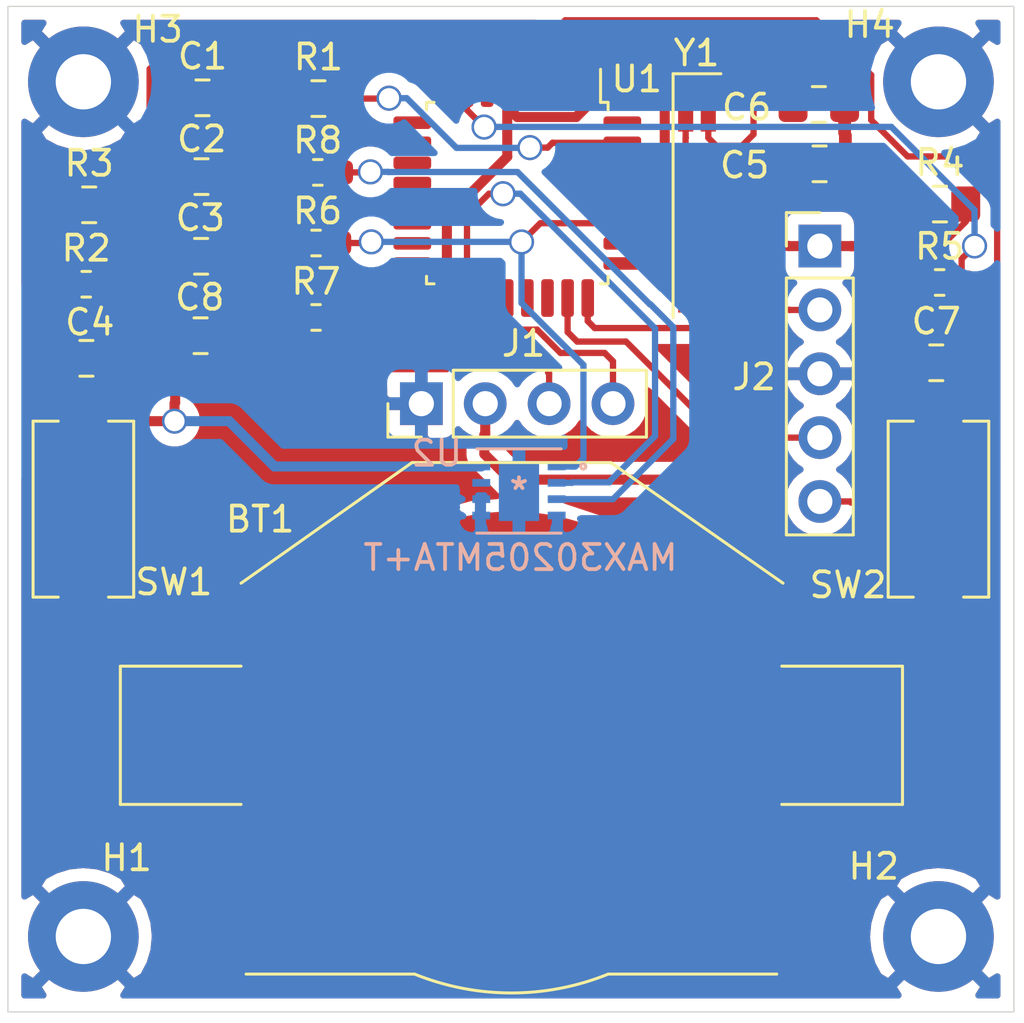
<source format=kicad_pcb>
(kicad_pcb (version 20171130) (host pcbnew "(5.1.5)-3")

  (general
    (thickness 1.6)
    (drawings 4)
    (tracks 266)
    (zones 0)
    (modules 28)
    (nets 35)
  )

  (page A4)
  (title_block
    (title "Body Temperature Monitor Wristband")
    (date 2021-09-01)
    (rev v02)
    (company NWU)
    (comment 3 "Student No: 30254906")
    (comment 4 "Author: JH van Dyk")
  )

  (layers
    (0 F.Cu signal)
    (31 B.Cu signal)
    (32 B.Adhes user)
    (33 F.Adhes user)
    (34 B.Paste user)
    (35 F.Paste user)
    (36 B.SilkS user)
    (37 F.SilkS user)
    (38 B.Mask user)
    (39 F.Mask user)
    (40 Dwgs.User user)
    (41 Cmts.User user)
    (42 Eco1.User user)
    (43 Eco2.User user)
    (44 Edge.Cuts user)
    (45 Margin user)
    (46 B.CrtYd user)
    (47 F.CrtYd user)
    (48 B.Fab user)
    (49 F.Fab user hide)
  )

  (setup
    (last_trace_width 0.25)
    (user_trace_width 0.4)
    (trace_clearance 0.2)
    (zone_clearance 0.508)
    (zone_45_only no)
    (trace_min 0.2)
    (via_size 1)
    (via_drill 0.8)
    (via_min_size 0.4)
    (via_min_drill 0.3)
    (uvia_size 0.3)
    (uvia_drill 0.1)
    (uvias_allowed no)
    (uvia_min_size 0.2)
    (uvia_min_drill 0.1)
    (edge_width 0.05)
    (segment_width 0.2)
    (pcb_text_width 0.3)
    (pcb_text_size 1.5 1.5)
    (mod_edge_width 0.12)
    (mod_text_size 1 1)
    (mod_text_width 0.15)
    (pad_size 4.4 4.4)
    (pad_drill 2.2)
    (pad_to_mask_clearance 0.051)
    (solder_mask_min_width 0.25)
    (aux_axis_origin 0 0)
    (visible_elements 7FFFFFFF)
    (pcbplotparams
      (layerselection 0x010fc_ffffffff)
      (usegerberextensions false)
      (usegerberattributes false)
      (usegerberadvancedattributes false)
      (creategerberjobfile false)
      (excludeedgelayer true)
      (linewidth 0.100000)
      (plotframeref false)
      (viasonmask false)
      (mode 1)
      (useauxorigin false)
      (hpglpennumber 1)
      (hpglpenspeed 20)
      (hpglpendiameter 15.000000)
      (psnegative false)
      (psa4output false)
      (plotreference true)
      (plotvalue true)
      (plotinvisibletext false)
      (padsonsilk false)
      (subtractmaskfromsilk false)
      (outputformat 4)
      (mirror false)
      (drillshape 0)
      (scaleselection 1)
      (outputdirectory "../../../../NWU 4de Jaar/EERI 474/Detail Design/KiCAD/V02/"))
  )

  (net 0 "")
  (net 1 +3V0)
  (net 2 GND)
  (net 3 PA0)
  (net 4 RCC_OSC32_IN)
  (net 5 RCC_OSC32_OUT)
  (net 6 PA1)
  (net 7 SCL_D)
  (net 8 SDA_D)
  (net 9 SYS_SWCLK)
  (net 10 SYS_SWDIO)
  (net 11 NRST)
  (net 12 BOOT0)
  (net 13 "Net-(R2-Pad1)")
  (net 14 "Net-(R4-Pad2)")
  (net 15 SDA_T)
  (net 16 SCL_T)
  (net 17 "Net-(R8-Pad2)")
  (net 18 "Net-(U1-Pad8)")
  (net 19 "Net-(U1-Pad9)")
  (net 20 "Net-(U1-Pad10)")
  (net 21 "Net-(U1-Pad11)")
  (net 22 "Net-(U1-Pad12)")
  (net 23 "Net-(U1-Pad13)")
  (net 24 "Net-(U1-Pad14)")
  (net 25 "Net-(U1-Pad15)")
  (net 26 "Net-(U1-Pad21)")
  (net 27 "Net-(U1-Pad22)")
  (net 28 "Net-(U1-Pad25)")
  (net 29 "Net-(U1-Pad26)")
  (net 30 "Net-(U1-Pad28)")
  (net 31 "Net-(U1-Pad29)")
  (net 32 "Net-(U1-Pad30)")
  (net 33 "Net-(Y1-Pad2)")
  (net 34 "Net-(Y1-Pad3)")

  (net_class Default "This is the default net class."
    (clearance 0.2)
    (trace_width 0.25)
    (via_dia 1)
    (via_drill 0.8)
    (uvia_dia 0.3)
    (uvia_drill 0.1)
    (add_net +3V0)
    (add_net BOOT0)
    (add_net GND)
    (add_net NRST)
    (add_net "Net-(R2-Pad1)")
    (add_net "Net-(R4-Pad2)")
    (add_net "Net-(R8-Pad2)")
    (add_net "Net-(U1-Pad10)")
    (add_net "Net-(U1-Pad11)")
    (add_net "Net-(U1-Pad12)")
    (add_net "Net-(U1-Pad13)")
    (add_net "Net-(U1-Pad14)")
    (add_net "Net-(U1-Pad15)")
    (add_net "Net-(U1-Pad21)")
    (add_net "Net-(U1-Pad22)")
    (add_net "Net-(U1-Pad25)")
    (add_net "Net-(U1-Pad26)")
    (add_net "Net-(U1-Pad28)")
    (add_net "Net-(U1-Pad29)")
    (add_net "Net-(U1-Pad30)")
    (add_net "Net-(U1-Pad8)")
    (add_net "Net-(U1-Pad9)")
    (add_net "Net-(Y1-Pad2)")
    (add_net "Net-(Y1-Pad3)")
    (add_net PA0)
    (add_net PA1)
    (add_net RCC_OSC32_IN)
    (add_net RCC_OSC32_OUT)
    (add_net SCL_D)
    (add_net SCL_T)
    (add_net SDA_D)
    (add_net SDA_T)
    (add_net SYS_SWCLK)
    (add_net SYS_SWDIO)
  )

  (module Battery:BatteryHolder_Keystone_3002_1x2032 (layer F.Cu) (tedit 5D9C7E9A) (tstamp 612FC4A8)
    (at 160.02 108.99648 180)
    (descr https://www.tme.eu/it/Document/a823211ec201a9e209042d155fe22d2b/KEYS2996.pdf)
    (tags "BR2016 CR2016 DL2016 BR2020 CL2020 BR2025 CR2025 DL2025 DR2032 CR2032 DL2032")
    (path /612801D7)
    (attr smd)
    (fp_text reference BT1 (at 9.99236 8.59536) (layer F.SilkS)
      (effects (font (size 1 1) (thickness 0.15)))
    )
    (fp_text value "3V - Coin Cell Battery " (at 0 -11) (layer F.Fab)
      (effects (font (size 1 1) (thickness 0.15)))
    )
    (fp_text user %R (at -9.15 9.7) (layer F.Fab)
      (effects (font (size 1 1) (thickness 0.15)))
    )
    (fp_line (start 15.55 -2.75) (end 10.75 -2.75) (layer F.SilkS) (width 0.12))
    (fp_line (start 15.55 2.75) (end 15.55 -2.75) (layer F.SilkS) (width 0.12))
    (fp_line (start 10.75 2.75) (end 15.55 2.75) (layer F.SilkS) (width 0.12))
    (fp_line (start -15.55 2.75) (end -10.75 2.75) (layer F.SilkS) (width 0.12))
    (fp_line (start -15.55 -2.75) (end -15.55 2.75) (layer F.SilkS) (width 0.12))
    (fp_line (start -10.75 -2.75) (end -15.55 -2.75) (layer F.SilkS) (width 0.12))
    (fp_line (start -15.85 3.05) (end -15.85 -3.05) (layer F.CrtYd) (width 0.05))
    (fp_line (start -11.05 3.05) (end -15.85 3.05) (layer F.CrtYd) (width 0.05))
    (fp_line (start -11.05 6.35) (end -11.05 3.05) (layer F.CrtYd) (width 0.05))
    (fp_line (start -4.3 11.1) (end -11.05 6.35) (layer F.CrtYd) (width 0.05))
    (fp_line (start 4.3 11.1) (end -4.3 11.1) (layer F.CrtYd) (width 0.05))
    (fp_line (start 11.05 6.35) (end 4.3 11.1) (layer F.CrtYd) (width 0.05))
    (fp_line (start 11.05 3.05) (end 11.05 6.35) (layer F.CrtYd) (width 0.05))
    (fp_line (start 15.85 3.05) (end 11.05 3.05) (layer F.CrtYd) (width 0.05))
    (fp_line (start 15.85 -3.05) (end 15.85 3.05) (layer F.CrtYd) (width 0.05))
    (fp_line (start 11.05 -3.05) (end 15.85 -3.05) (layer F.CrtYd) (width 0.05))
    (fp_line (start 11.05 -9.8) (end 11.05 -3.05) (layer F.CrtYd) (width 0.05))
    (fp_line (start 11.05 -9.8) (end 3.9 -9.8) (layer F.CrtYd) (width 0.05))
    (fp_arc (start 0 0) (end 3.9 -9.8) (angle -43.40107348) (layer F.CrtYd) (width 0.05))
    (fp_line (start -11.05 -9.8) (end -3.9 -9.8) (layer F.CrtYd) (width 0.05))
    (fp_line (start -11.05 -3.05) (end -11.05 -9.8) (layer F.CrtYd) (width 0.05))
    (fp_line (start -15.85 -3.05) (end -11.05 -3.05) (layer F.CrtYd) (width 0.05))
    (fp_line (start 10.55 -9.5) (end 3.85 -9.5) (layer F.SilkS) (width 0.12))
    (fp_arc (start 0 0) (end 3.85 -9.5) (angle -44.1) (layer F.SilkS) (width 0.12))
    (fp_line (start -10.55 -9.5) (end -3.85 -9.5) (layer F.SilkS) (width 0.12))
    (fp_circle (center 0 0) (end 10 0) (layer Dwgs.User) (width 0.2))
    (fp_line (start 10.55 5.9) (end 3.8 10.6) (layer F.Fab) (width 0.1))
    (fp_line (start 3.95 10.85) (end 10.75 6.05) (layer F.SilkS) (width 0.12))
    (fp_line (start -3.95 10.85) (end 3.95 10.85) (layer F.SilkS) (width 0.12))
    (fp_line (start -10.8 6.05) (end -3.95 10.85) (layer F.SilkS) (width 0.12))
    (fp_line (start -10.55 5.85) (end -3.8 10.6) (layer F.Fab) (width 0.1))
    (fp_line (start -10.55 -2.55) (end -10.55 -9.3) (layer F.Fab) (width 0.1))
    (fp_line (start 10.55 -9.3) (end -10.55 -9.3) (layer F.Fab) (width 0.1))
    (fp_line (start 10.55 -2.55) (end 10.55 -9.3) (layer F.Fab) (width 0.1))
    (fp_line (start 15.35 -2.55) (end 10.55 -2.55) (layer F.Fab) (width 0.1))
    (fp_line (start 15.35 2.55) (end 15.35 -2.55) (layer F.Fab) (width 0.1))
    (fp_line (start 10.55 2.55) (end 15.35 2.55) (layer F.Fab) (width 0.1))
    (fp_line (start -3.8 10.6) (end 3.8 10.6) (layer F.Fab) (width 0.1))
    (fp_line (start 10.55 2.55) (end 10.55 5.9) (layer F.Fab) (width 0.1))
    (fp_line (start -10.55 2.55) (end -10.55 5.85) (layer F.Fab) (width 0.1))
    (fp_line (start -15.35 -2.55) (end -10.55 -2.55) (layer F.Fab) (width 0.1))
    (fp_line (start -15.35 2.55) (end -10.55 2.55) (layer F.Fab) (width 0.1))
    (fp_line (start -15.35 -2.55) (end -15.35 2.55) (layer F.Fab) (width 0.1))
    (pad 1 smd rect (at 12.8 0 180) (size 5.1 5.1) (layers F.Cu F.Paste F.Mask)
      (net 1 +3V0))
    (pad 1 smd rect (at -12.8 0 180) (size 5.1 5.1) (layers F.Cu F.Paste F.Mask)
      (net 1 +3V0))
    (pad 2 smd circle (at 0 0 180) (size 17.8 17.8) (layers F.Cu F.Mask)
      (net 2 GND))
    (model "C:/Users/Herman van Dyk/Documents/KiCAD/External/3D_Models/CR2032.STEP"
      (offset (xyz -10.5 -11.5 4))
      (scale (xyz 1 1 1))
      (rotate (xyz 0 0 0))
    )
  )

  (module Capacitor_SMD:C_0805_2012Metric_Pad1.15x1.40mm_HandSolder (layer F.Cu) (tedit 5B36C52B) (tstamp 612FC4B9)
    (at 147.73772 83.63712)
    (descr "Capacitor SMD 0805 (2012 Metric), square (rectangular) end terminal, IPC_7351 nominal with elongated pad for handsoldering. (Body size source: https://docs.google.com/spreadsheets/d/1BsfQQcO9C6DZCsRaXUlFlo91Tg2WpOkGARC1WS5S8t0/edit?usp=sharing), generated with kicad-footprint-generator")
    (tags "capacitor handsolder")
    (path /61238F1F)
    (attr smd)
    (fp_text reference C1 (at 0 -1.65) (layer F.SilkS)
      (effects (font (size 1 1) (thickness 0.15)))
    )
    (fp_text value 100nF (at 0 1.65) (layer F.Fab)
      (effects (font (size 1 1) (thickness 0.15)))
    )
    (fp_text user %R (at 0 0) (layer F.Fab)
      (effects (font (size 0.5 0.5) (thickness 0.08)))
    )
    (fp_line (start 1.85 0.95) (end -1.85 0.95) (layer F.CrtYd) (width 0.05))
    (fp_line (start 1.85 -0.95) (end 1.85 0.95) (layer F.CrtYd) (width 0.05))
    (fp_line (start -1.85 -0.95) (end 1.85 -0.95) (layer F.CrtYd) (width 0.05))
    (fp_line (start -1.85 0.95) (end -1.85 -0.95) (layer F.CrtYd) (width 0.05))
    (fp_line (start -0.261252 0.71) (end 0.261252 0.71) (layer F.SilkS) (width 0.12))
    (fp_line (start -0.261252 -0.71) (end 0.261252 -0.71) (layer F.SilkS) (width 0.12))
    (fp_line (start 1 0.6) (end -1 0.6) (layer F.Fab) (width 0.1))
    (fp_line (start 1 -0.6) (end 1 0.6) (layer F.Fab) (width 0.1))
    (fp_line (start -1 -0.6) (end 1 -0.6) (layer F.Fab) (width 0.1))
    (fp_line (start -1 0.6) (end -1 -0.6) (layer F.Fab) (width 0.1))
    (pad 2 smd roundrect (at 1.025 0) (size 1.15 1.4) (layers F.Cu F.Paste F.Mask) (roundrect_rratio 0.217391)
      (net 2 GND))
    (pad 1 smd roundrect (at -1.025 0) (size 1.15 1.4) (layers F.Cu F.Paste F.Mask) (roundrect_rratio 0.217391)
      (net 1 +3V0))
    (model ${KISYS3DMOD}/Capacitor_SMD.3dshapes/C_0805_2012Metric.wrl
      (at (xyz 0 0 0))
      (scale (xyz 1 1 1))
      (rotate (xyz 0 0 0))
    )
  )

  (module Capacitor_SMD:C_0805_2012Metric_Pad1.15x1.40mm_HandSolder (layer F.Cu) (tedit 5B36C52B) (tstamp 612FC4CA)
    (at 147.69708 86.77148)
    (descr "Capacitor SMD 0805 (2012 Metric), square (rectangular) end terminal, IPC_7351 nominal with elongated pad for handsoldering. (Body size source: https://docs.google.com/spreadsheets/d/1BsfQQcO9C6DZCsRaXUlFlo91Tg2WpOkGARC1WS5S8t0/edit?usp=sharing), generated with kicad-footprint-generator")
    (tags "capacitor handsolder")
    (path /61239455)
    (attr smd)
    (fp_text reference C2 (at 0.009 -1.49352) (layer F.SilkS)
      (effects (font (size 1 1) (thickness 0.15)))
    )
    (fp_text value 100nF (at 0 1.65) (layer F.Fab)
      (effects (font (size 1 1) (thickness 0.15)))
    )
    (fp_line (start -1 0.6) (end -1 -0.6) (layer F.Fab) (width 0.1))
    (fp_line (start -1 -0.6) (end 1 -0.6) (layer F.Fab) (width 0.1))
    (fp_line (start 1 -0.6) (end 1 0.6) (layer F.Fab) (width 0.1))
    (fp_line (start 1 0.6) (end -1 0.6) (layer F.Fab) (width 0.1))
    (fp_line (start -0.261252 -0.71) (end 0.261252 -0.71) (layer F.SilkS) (width 0.12))
    (fp_line (start -0.261252 0.71) (end 0.261252 0.71) (layer F.SilkS) (width 0.12))
    (fp_line (start -1.85 0.95) (end -1.85 -0.95) (layer F.CrtYd) (width 0.05))
    (fp_line (start -1.85 -0.95) (end 1.85 -0.95) (layer F.CrtYd) (width 0.05))
    (fp_line (start 1.85 -0.95) (end 1.85 0.95) (layer F.CrtYd) (width 0.05))
    (fp_line (start 1.85 0.95) (end -1.85 0.95) (layer F.CrtYd) (width 0.05))
    (fp_text user %R (at 0 0) (layer F.Fab)
      (effects (font (size 0.5 0.5) (thickness 0.08)))
    )
    (pad 1 smd roundrect (at -1.025 0) (size 1.15 1.4) (layers F.Cu F.Paste F.Mask) (roundrect_rratio 0.217391)
      (net 1 +3V0))
    (pad 2 smd roundrect (at 1.025 0) (size 1.15 1.4) (layers F.Cu F.Paste F.Mask) (roundrect_rratio 0.217391)
      (net 2 GND))
    (model ${KISYS3DMOD}/Capacitor_SMD.3dshapes/C_0805_2012Metric.wrl
      (at (xyz 0 0 0))
      (scale (xyz 1 1 1))
      (rotate (xyz 0 0 0))
    )
  )

  (module Capacitor_SMD:C_0805_2012Metric_Pad1.15x1.40mm_HandSolder (layer F.Cu) (tedit 5B36C52B) (tstamp 612FD0DC)
    (at 147.68184 89.9414)
    (descr "Capacitor SMD 0805 (2012 Metric), square (rectangular) end terminal, IPC_7351 nominal with elongated pad for handsoldering. (Body size source: https://docs.google.com/spreadsheets/d/1BsfQQcO9C6DZCsRaXUlFlo91Tg2WpOkGARC1WS5S8t0/edit?usp=sharing), generated with kicad-footprint-generator")
    (tags "capacitor handsolder")
    (path /612396B4)
    (attr smd)
    (fp_text reference C3 (at -0.03164 -1.52908) (layer F.SilkS)
      (effects (font (size 1 1) (thickness 0.15)))
    )
    (fp_text value 10uF (at 0 1.65) (layer F.Fab)
      (effects (font (size 1 1) (thickness 0.15)))
    )
    (fp_text user %R (at 0 0) (layer F.Fab)
      (effects (font (size 0.5 0.5) (thickness 0.08)))
    )
    (fp_line (start 1.85 0.95) (end -1.85 0.95) (layer F.CrtYd) (width 0.05))
    (fp_line (start 1.85 -0.95) (end 1.85 0.95) (layer F.CrtYd) (width 0.05))
    (fp_line (start -1.85 -0.95) (end 1.85 -0.95) (layer F.CrtYd) (width 0.05))
    (fp_line (start -1.85 0.95) (end -1.85 -0.95) (layer F.CrtYd) (width 0.05))
    (fp_line (start -0.261252 0.71) (end 0.261252 0.71) (layer F.SilkS) (width 0.12))
    (fp_line (start -0.261252 -0.71) (end 0.261252 -0.71) (layer F.SilkS) (width 0.12))
    (fp_line (start 1 0.6) (end -1 0.6) (layer F.Fab) (width 0.1))
    (fp_line (start 1 -0.6) (end 1 0.6) (layer F.Fab) (width 0.1))
    (fp_line (start -1 -0.6) (end 1 -0.6) (layer F.Fab) (width 0.1))
    (fp_line (start -1 0.6) (end -1 -0.6) (layer F.Fab) (width 0.1))
    (pad 2 smd roundrect (at 1.025 0) (size 1.15 1.4) (layers F.Cu F.Paste F.Mask) (roundrect_rratio 0.217391)
      (net 2 GND))
    (pad 1 smd roundrect (at -1.025 0) (size 1.15 1.4) (layers F.Cu F.Paste F.Mask) (roundrect_rratio 0.217391)
      (net 1 +3V0))
    (model ${KISYS3DMOD}/Capacitor_SMD.3dshapes/C_0805_2012Metric.wrl
      (at (xyz 0 0 0))
      (scale (xyz 1 1 1))
      (rotate (xyz 0 0 0))
    )
  )

  (module Capacitor_SMD:C_0805_2012Metric_Pad1.15x1.40mm_HandSolder (layer F.Cu) (tedit 5B36C52B) (tstamp 612FC4EC)
    (at 143.12 94.00032 180)
    (descr "Capacitor SMD 0805 (2012 Metric), square (rectangular) end terminal, IPC_7351 nominal with elongated pad for handsoldering. (Body size source: https://docs.google.com/spreadsheets/d/1BsfQQcO9C6DZCsRaXUlFlo91Tg2WpOkGARC1WS5S8t0/edit?usp=sharing), generated with kicad-footprint-generator")
    (tags "capacitor handsolder")
    (path /6129EADF)
    (attr smd)
    (fp_text reference C4 (at -0.13716 1.43256) (layer F.SilkS)
      (effects (font (size 1 1) (thickness 0.15)))
    )
    (fp_text value 10uF (at 0 1.65) (layer F.Fab)
      (effects (font (size 1 1) (thickness 0.15)))
    )
    (fp_text user %R (at 0 0) (layer F.Fab)
      (effects (font (size 0.5 0.5) (thickness 0.08)))
    )
    (fp_line (start 1.85 0.95) (end -1.85 0.95) (layer F.CrtYd) (width 0.05))
    (fp_line (start 1.85 -0.95) (end 1.85 0.95) (layer F.CrtYd) (width 0.05))
    (fp_line (start -1.85 -0.95) (end 1.85 -0.95) (layer F.CrtYd) (width 0.05))
    (fp_line (start -1.85 0.95) (end -1.85 -0.95) (layer F.CrtYd) (width 0.05))
    (fp_line (start -0.261252 0.71) (end 0.261252 0.71) (layer F.SilkS) (width 0.12))
    (fp_line (start -0.261252 -0.71) (end 0.261252 -0.71) (layer F.SilkS) (width 0.12))
    (fp_line (start 1 0.6) (end -1 0.6) (layer F.Fab) (width 0.1))
    (fp_line (start 1 -0.6) (end 1 0.6) (layer F.Fab) (width 0.1))
    (fp_line (start -1 -0.6) (end 1 -0.6) (layer F.Fab) (width 0.1))
    (fp_line (start -1 0.6) (end -1 -0.6) (layer F.Fab) (width 0.1))
    (pad 2 smd roundrect (at 1.025 0 180) (size 1.15 1.4) (layers F.Cu F.Paste F.Mask) (roundrect_rratio 0.217391)
      (net 1 +3V0))
    (pad 1 smd roundrect (at -1.025 0 180) (size 1.15 1.4) (layers F.Cu F.Paste F.Mask) (roundrect_rratio 0.217391)
      (net 3 PA0))
    (model ${KISYS3DMOD}/Capacitor_SMD.3dshapes/C_0805_2012Metric.wrl
      (at (xyz 0 0 0))
      (scale (xyz 1 1 1))
      (rotate (xyz 0 0 0))
    )
  )

  (module Capacitor_SMD:C_0805_2012Metric_Pad1.15x1.40mm_HandSolder (layer F.Cu) (tedit 5B36C52B) (tstamp 61301458)
    (at 172.27412 86.26348)
    (descr "Capacitor SMD 0805 (2012 Metric), square (rectangular) end terminal, IPC_7351 nominal with elongated pad for handsoldering. (Body size source: https://docs.google.com/spreadsheets/d/1BsfQQcO9C6DZCsRaXUlFlo91Tg2WpOkGARC1WS5S8t0/edit?usp=sharing), generated with kicad-footprint-generator")
    (tags "capacitor handsolder")
    (path /6130CF10)
    (attr smd)
    (fp_text reference C5 (at -2.9808 0.05588) (layer F.SilkS)
      (effects (font (size 1 1) (thickness 0.15)))
    )
    (fp_text value 18pF (at 0 1.65) (layer F.Fab)
      (effects (font (size 1 1) (thickness 0.15)))
    )
    (fp_line (start -1 0.6) (end -1 -0.6) (layer F.Fab) (width 0.1))
    (fp_line (start -1 -0.6) (end 1 -0.6) (layer F.Fab) (width 0.1))
    (fp_line (start 1 -0.6) (end 1 0.6) (layer F.Fab) (width 0.1))
    (fp_line (start 1 0.6) (end -1 0.6) (layer F.Fab) (width 0.1))
    (fp_line (start -0.261252 -0.71) (end 0.261252 -0.71) (layer F.SilkS) (width 0.12))
    (fp_line (start -0.261252 0.71) (end 0.261252 0.71) (layer F.SilkS) (width 0.12))
    (fp_line (start -1.85 0.95) (end -1.85 -0.95) (layer F.CrtYd) (width 0.05))
    (fp_line (start -1.85 -0.95) (end 1.85 -0.95) (layer F.CrtYd) (width 0.05))
    (fp_line (start 1.85 -0.95) (end 1.85 0.95) (layer F.CrtYd) (width 0.05))
    (fp_line (start 1.85 0.95) (end -1.85 0.95) (layer F.CrtYd) (width 0.05))
    (fp_text user %R (at 0 0) (layer F.Fab)
      (effects (font (size 0.5 0.5) (thickness 0.08)))
    )
    (pad 1 smd roundrect (at -1.025 0) (size 1.15 1.4) (layers F.Cu F.Paste F.Mask) (roundrect_rratio 0.217391)
      (net 4 RCC_OSC32_IN))
    (pad 2 smd roundrect (at 1.025 0) (size 1.15 1.4) (layers F.Cu F.Paste F.Mask) (roundrect_rratio 0.217391)
      (net 2 GND))
    (model ${KISYS3DMOD}/Capacitor_SMD.3dshapes/C_0805_2012Metric.wrl
      (at (xyz 0 0 0))
      (scale (xyz 1 1 1))
      (rotate (xyz 0 0 0))
    )
  )

  (module Capacitor_SMD:C_0805_2012Metric_Pad1.15x1.40mm_HandSolder (layer F.Cu) (tedit 5B36C52B) (tstamp 61301488)
    (at 172.24364 83.90128)
    (descr "Capacitor SMD 0805 (2012 Metric), square (rectangular) end terminal, IPC_7351 nominal with elongated pad for handsoldering. (Body size source: https://docs.google.com/spreadsheets/d/1BsfQQcO9C6DZCsRaXUlFlo91Tg2WpOkGARC1WS5S8t0/edit?usp=sharing), generated with kicad-footprint-generator")
    (tags "capacitor handsolder")
    (path /6130D3EE)
    (attr smd)
    (fp_text reference C6 (at -2.87136 0.11176) (layer F.SilkS)
      (effects (font (size 1 1) (thickness 0.15)))
    )
    (fp_text value 18pF (at 0 1.65) (layer F.Fab)
      (effects (font (size 1 1) (thickness 0.15)))
    )
    (fp_text user %R (at 0 0) (layer F.Fab)
      (effects (font (size 0.5 0.5) (thickness 0.08)))
    )
    (fp_line (start 1.85 0.95) (end -1.85 0.95) (layer F.CrtYd) (width 0.05))
    (fp_line (start 1.85 -0.95) (end 1.85 0.95) (layer F.CrtYd) (width 0.05))
    (fp_line (start -1.85 -0.95) (end 1.85 -0.95) (layer F.CrtYd) (width 0.05))
    (fp_line (start -1.85 0.95) (end -1.85 -0.95) (layer F.CrtYd) (width 0.05))
    (fp_line (start -0.261252 0.71) (end 0.261252 0.71) (layer F.SilkS) (width 0.12))
    (fp_line (start -0.261252 -0.71) (end 0.261252 -0.71) (layer F.SilkS) (width 0.12))
    (fp_line (start 1 0.6) (end -1 0.6) (layer F.Fab) (width 0.1))
    (fp_line (start 1 -0.6) (end 1 0.6) (layer F.Fab) (width 0.1))
    (fp_line (start -1 -0.6) (end 1 -0.6) (layer F.Fab) (width 0.1))
    (fp_line (start -1 0.6) (end -1 -0.6) (layer F.Fab) (width 0.1))
    (pad 2 smd roundrect (at 1.025 0) (size 1.15 1.4) (layers F.Cu F.Paste F.Mask) (roundrect_rratio 0.217391)
      (net 2 GND))
    (pad 1 smd roundrect (at -1.025 0) (size 1.15 1.4) (layers F.Cu F.Paste F.Mask) (roundrect_rratio 0.217391)
      (net 5 RCC_OSC32_OUT))
    (model ${KISYS3DMOD}/Capacitor_SMD.3dshapes/C_0805_2012Metric.wrl
      (at (xyz 0 0 0))
      (scale (xyz 1 1 1))
      (rotate (xyz 0 0 0))
    )
  )

  (module Capacitor_SMD:C_0805_2012Metric_Pad1.15x1.40mm_HandSolder (layer F.Cu) (tedit 5B36C52B) (tstamp 613026FB)
    (at 176.91216 94.17812)
    (descr "Capacitor SMD 0805 (2012 Metric), square (rectangular) end terminal, IPC_7351 nominal with elongated pad for handsoldering. (Body size source: https://docs.google.com/spreadsheets/d/1BsfQQcO9C6DZCsRaXUlFlo91Tg2WpOkGARC1WS5S8t0/edit?usp=sharing), generated with kicad-footprint-generator")
    (tags "capacitor handsolder")
    (path /612AE847)
    (attr smd)
    (fp_text reference C7 (at 0 -1.65) (layer F.SilkS)
      (effects (font (size 1 1) (thickness 0.15)))
    )
    (fp_text value 10uF (at 0 1.65) (layer F.Fab)
      (effects (font (size 1 1) (thickness 0.15)))
    )
    (fp_line (start -1 0.6) (end -1 -0.6) (layer F.Fab) (width 0.1))
    (fp_line (start -1 -0.6) (end 1 -0.6) (layer F.Fab) (width 0.1))
    (fp_line (start 1 -0.6) (end 1 0.6) (layer F.Fab) (width 0.1))
    (fp_line (start 1 0.6) (end -1 0.6) (layer F.Fab) (width 0.1))
    (fp_line (start -0.261252 -0.71) (end 0.261252 -0.71) (layer F.SilkS) (width 0.12))
    (fp_line (start -0.261252 0.71) (end 0.261252 0.71) (layer F.SilkS) (width 0.12))
    (fp_line (start -1.85 0.95) (end -1.85 -0.95) (layer F.CrtYd) (width 0.05))
    (fp_line (start -1.85 -0.95) (end 1.85 -0.95) (layer F.CrtYd) (width 0.05))
    (fp_line (start 1.85 -0.95) (end 1.85 0.95) (layer F.CrtYd) (width 0.05))
    (fp_line (start 1.85 0.95) (end -1.85 0.95) (layer F.CrtYd) (width 0.05))
    (fp_text user %R (at 0 0) (layer F.Fab)
      (effects (font (size 0.5 0.5) (thickness 0.08)))
    )
    (pad 1 smd roundrect (at -1.025 0) (size 1.15 1.4) (layers F.Cu F.Paste F.Mask) (roundrect_rratio 0.217391)
      (net 2 GND))
    (pad 2 smd roundrect (at 1.025 0) (size 1.15 1.4) (layers F.Cu F.Paste F.Mask) (roundrect_rratio 0.217391)
      (net 6 PA1))
    (model ${KISYS3DMOD}/Capacitor_SMD.3dshapes/C_0805_2012Metric.wrl
      (at (xyz 0 0 0))
      (scale (xyz 1 1 1))
      (rotate (xyz 0 0 0))
    )
  )

  (module Capacitor_SMD:C_0805_2012Metric_Pad1.15x1.40mm_HandSolder (layer F.Cu) (tedit 5B36C52B) (tstamp 612FC530)
    (at 147.66152 93.10116)
    (descr "Capacitor SMD 0805 (2012 Metric), square (rectangular) end terminal, IPC_7351 nominal with elongated pad for handsoldering. (Body size source: https://docs.google.com/spreadsheets/d/1BsfQQcO9C6DZCsRaXUlFlo91Tg2WpOkGARC1WS5S8t0/edit?usp=sharing), generated with kicad-footprint-generator")
    (tags "capacitor handsolder")
    (path /6126894E)
    (attr smd)
    (fp_text reference C8 (at -0.03164 -1.52908) (layer F.SilkS)
      (effects (font (size 1 1) (thickness 0.15)))
    )
    (fp_text value 100nF (at 0 1.65) (layer F.Fab)
      (effects (font (size 1 1) (thickness 0.15)))
    )
    (fp_line (start -1 0.6) (end -1 -0.6) (layer F.Fab) (width 0.1))
    (fp_line (start -1 -0.6) (end 1 -0.6) (layer F.Fab) (width 0.1))
    (fp_line (start 1 -0.6) (end 1 0.6) (layer F.Fab) (width 0.1))
    (fp_line (start 1 0.6) (end -1 0.6) (layer F.Fab) (width 0.1))
    (fp_line (start -0.261252 -0.71) (end 0.261252 -0.71) (layer F.SilkS) (width 0.12))
    (fp_line (start -0.261252 0.71) (end 0.261252 0.71) (layer F.SilkS) (width 0.12))
    (fp_line (start -1.85 0.95) (end -1.85 -0.95) (layer F.CrtYd) (width 0.05))
    (fp_line (start -1.85 -0.95) (end 1.85 -0.95) (layer F.CrtYd) (width 0.05))
    (fp_line (start 1.85 -0.95) (end 1.85 0.95) (layer F.CrtYd) (width 0.05))
    (fp_line (start 1.85 0.95) (end -1.85 0.95) (layer F.CrtYd) (width 0.05))
    (fp_text user %R (at 0 0) (layer F.Fab)
      (effects (font (size 0.5 0.5) (thickness 0.08)))
    )
    (pad 1 smd roundrect (at -1.025 0) (size 1.15 1.4) (layers F.Cu F.Paste F.Mask) (roundrect_rratio 0.217391)
      (net 1 +3V0))
    (pad 2 smd roundrect (at 1.025 0) (size 1.15 1.4) (layers F.Cu F.Paste F.Mask) (roundrect_rratio 0.217391)
      (net 2 GND))
    (model ${KISYS3DMOD}/Capacitor_SMD.3dshapes/C_0805_2012Metric.wrl
      (at (xyz 0 0 0))
      (scale (xyz 1 1 1))
      (rotate (xyz 0 0 0))
    )
  )

  (module MountingHole:MountingHole_2.2mm_M2_Pad (layer F.Cu) (tedit 56D1B4CB) (tstamp 612FF0B0)
    (at 143 117)
    (descr "Mounting Hole 2.2mm, M2")
    (tags "mounting hole 2.2mm m2")
    (path /612E7717)
    (attr virtual)
    (fp_text reference H1 (at 1.71904 -3.12672) (layer F.SilkS)
      (effects (font (size 1 1) (thickness 0.15)))
    )
    (fp_text value MountingHole_Pad (at 0 3.2) (layer F.Fab)
      (effects (font (size 1 1) (thickness 0.15)))
    )
    (fp_circle (center 0 0) (end 2.45 0) (layer F.CrtYd) (width 0.05))
    (fp_circle (center 0 0) (end 2.2 0) (layer Cmts.User) (width 0.15))
    (fp_text user %R (at 0.3 0) (layer F.Fab)
      (effects (font (size 1 1) (thickness 0.15)))
    )
    (pad 1 thru_hole circle (at 0 0) (size 4.4 4.4) (drill 2.2) (layers *.Cu *.Mask)
      (net 2 GND))
  )

  (module MountingHole:MountingHole_2.2mm_M2_Pad (layer F.Cu) (tedit 56D1B4CB) (tstamp 612FF086)
    (at 177 117)
    (descr "Mounting Hole 2.2mm, M2")
    (tags "mounting hole 2.2mm m2")
    (path /612E8292)
    (attr virtual)
    (fp_text reference H2 (at -2.57312 -2.78636) (layer F.SilkS)
      (effects (font (size 1 1) (thickness 0.15)))
    )
    (fp_text value MountingHole_Pad (at 0 3.2) (layer F.Fab)
      (effects (font (size 1 1) (thickness 0.15)))
    )
    (fp_text user %R (at 0.3 0) (layer F.Fab)
      (effects (font (size 1 1) (thickness 0.15)))
    )
    (fp_circle (center 0 0) (end 2.2 0) (layer Cmts.User) (width 0.15))
    (fp_circle (center 0 0) (end 2.45 0) (layer F.CrtYd) (width 0.05))
    (pad 1 thru_hole circle (at 0 0) (size 4.4 4.4) (drill 2.2) (layers *.Cu *.Mask)
      (net 2 GND))
  )

  (module MountingHole:MountingHole_2.2mm_M2_Pad (layer F.Cu) (tedit 56D1B4CB) (tstamp 612FF243)
    (at 143 83)
    (descr "Mounting Hole 2.2mm, M2")
    (tags "mounting hole 2.2mm m2")
    (path /612E8464)
    (attr virtual)
    (fp_text reference H3 (at 2.95348 -2.08576) (layer F.SilkS)
      (effects (font (size 1 1) (thickness 0.15)))
    )
    (fp_text value MountingHole_Pad (at 0 3.2) (layer F.Fab)
      (effects (font (size 1 1) (thickness 0.15)))
    )
    (fp_circle (center 0 0) (end 2.45 0) (layer F.CrtYd) (width 0.05))
    (fp_circle (center 0 0) (end 2.2 0) (layer Cmts.User) (width 0.15))
    (fp_text user %R (at 0.3 0) (layer F.Fab)
      (effects (font (size 1 1) (thickness 0.15)))
    )
    (pad 1 thru_hole circle (at 0 0) (size 4.4 4.4) (drill 2.2) (layers *.Cu *.Mask)
      (net 2 GND))
  )

  (module MountingHole:MountingHole_2.2mm_M2_Pad (layer F.Cu) (tedit 56D1B4CB) (tstamp 612FF3B5)
    (at 177 83)
    (descr "Mounting Hole 2.2mm, M2")
    (tags "mounting hole 2.2mm m2")
    (path /612E87AB)
    (attr virtual)
    (fp_text reference H4 (at -2.7306 -2.27372) (layer F.SilkS)
      (effects (font (size 1 1) (thickness 0.15)))
    )
    (fp_text value MountingHole_Pad (at 0 3.2) (layer F.Fab)
      (effects (font (size 1 1) (thickness 0.15)))
    )
    (fp_text user %R (at 0.3 0) (layer F.Fab)
      (effects (font (size 1 1) (thickness 0.15)))
    )
    (fp_circle (center 0 0) (end 2.2 0) (layer Cmts.User) (width 0.15))
    (fp_circle (center 0 0) (end 2.45 0) (layer F.CrtYd) (width 0.05))
    (pad 1 thru_hole circle (at 0 0) (size 4.4 4.4) (drill 2.2) (layers *.Cu *.Mask)
      (net 2 GND))
  )

  (module Resistor_SMD:R_0805_2012Metric_Pad1.15x1.40mm_HandSolder (layer F.Cu) (tedit 5B36C52B) (tstamp 612FC592)
    (at 152.34528 83.6676)
    (descr "Resistor SMD 0805 (2012 Metric), square (rectangular) end terminal, IPC_7351 nominal with elongated pad for handsoldering. (Body size source: https://docs.google.com/spreadsheets/d/1BsfQQcO9C6DZCsRaXUlFlo91Tg2WpOkGARC1WS5S8t0/edit?usp=sharing), generated with kicad-footprint-generator")
    (tags "resistor handsolder")
    (path /612CF07A)
    (attr smd)
    (fp_text reference R1 (at 0 -1.65) (layer F.SilkS)
      (effects (font (size 1 1) (thickness 0.15)))
    )
    (fp_text value 10K (at 0 1.65) (layer F.Fab)
      (effects (font (size 1 1) (thickness 0.15)))
    )
    (fp_text user %R (at 0 0) (layer F.Fab)
      (effects (font (size 0.5 0.5) (thickness 0.08)))
    )
    (fp_line (start 1.85 0.95) (end -1.85 0.95) (layer F.CrtYd) (width 0.05))
    (fp_line (start 1.85 -0.95) (end 1.85 0.95) (layer F.CrtYd) (width 0.05))
    (fp_line (start -1.85 -0.95) (end 1.85 -0.95) (layer F.CrtYd) (width 0.05))
    (fp_line (start -1.85 0.95) (end -1.85 -0.95) (layer F.CrtYd) (width 0.05))
    (fp_line (start -0.261252 0.71) (end 0.261252 0.71) (layer F.SilkS) (width 0.12))
    (fp_line (start -0.261252 -0.71) (end 0.261252 -0.71) (layer F.SilkS) (width 0.12))
    (fp_line (start 1 0.6) (end -1 0.6) (layer F.Fab) (width 0.1))
    (fp_line (start 1 -0.6) (end 1 0.6) (layer F.Fab) (width 0.1))
    (fp_line (start -1 -0.6) (end 1 -0.6) (layer F.Fab) (width 0.1))
    (fp_line (start -1 0.6) (end -1 -0.6) (layer F.Fab) (width 0.1))
    (pad 2 smd roundrect (at 1.025 0) (size 1.15 1.4) (layers F.Cu F.Paste F.Mask) (roundrect_rratio 0.217391)
      (net 12 BOOT0))
    (pad 1 smd roundrect (at -1.025 0) (size 1.15 1.4) (layers F.Cu F.Paste F.Mask) (roundrect_rratio 0.217391)
      (net 2 GND))
    (model ${KISYS3DMOD}/Resistor_SMD.3dshapes/R_0805_2012Metric.wrl
      (at (xyz 0 0 0))
      (scale (xyz 1 1 1))
      (rotate (xyz 0 0 0))
    )
  )

  (module Resistor_SMD:R_0603_1608Metric_Pad1.05x0.95mm_HandSolder (layer F.Cu) (tedit 5B301BBD) (tstamp 612FC5A3)
    (at 143.11252 91.05392)
    (descr "Resistor SMD 0603 (1608 Metric), square (rectangular) end terminal, IPC_7351 nominal with elongated pad for handsoldering. (Body size source: http://www.tortai-tech.com/upload/download/2011102023233369053.pdf), generated with kicad-footprint-generator")
    (tags "resistor handsolder")
    (path /61292E2F)
    (attr smd)
    (fp_text reference R2 (at 0 -1.43) (layer F.SilkS)
      (effects (font (size 1 1) (thickness 0.15)))
    )
    (fp_text value 470 (at 0 1.43) (layer F.Fab)
      (effects (font (size 1 1) (thickness 0.15)))
    )
    (fp_text user %R (at 0 0) (layer F.Fab)
      (effects (font (size 0.4 0.4) (thickness 0.06)))
    )
    (fp_line (start 1.65 0.73) (end -1.65 0.73) (layer F.CrtYd) (width 0.05))
    (fp_line (start 1.65 -0.73) (end 1.65 0.73) (layer F.CrtYd) (width 0.05))
    (fp_line (start -1.65 -0.73) (end 1.65 -0.73) (layer F.CrtYd) (width 0.05))
    (fp_line (start -1.65 0.73) (end -1.65 -0.73) (layer F.CrtYd) (width 0.05))
    (fp_line (start -0.171267 0.51) (end 0.171267 0.51) (layer F.SilkS) (width 0.12))
    (fp_line (start -0.171267 -0.51) (end 0.171267 -0.51) (layer F.SilkS) (width 0.12))
    (fp_line (start 0.8 0.4) (end -0.8 0.4) (layer F.Fab) (width 0.1))
    (fp_line (start 0.8 -0.4) (end 0.8 0.4) (layer F.Fab) (width 0.1))
    (fp_line (start -0.8 -0.4) (end 0.8 -0.4) (layer F.Fab) (width 0.1))
    (fp_line (start -0.8 0.4) (end -0.8 -0.4) (layer F.Fab) (width 0.1))
    (pad 2 smd roundrect (at 0.875 0) (size 1.05 0.95) (layers F.Cu F.Paste F.Mask) (roundrect_rratio 0.25)
      (net 3 PA0))
    (pad 1 smd roundrect (at -0.875 0) (size 1.05 0.95) (layers F.Cu F.Paste F.Mask) (roundrect_rratio 0.25)
      (net 13 "Net-(R2-Pad1)"))
    (model ${KISYS3DMOD}/Resistor_SMD.3dshapes/R_0603_1608Metric.wrl
      (at (xyz 0 0 0))
      (scale (xyz 1 1 1))
      (rotate (xyz 0 0 0))
    )
  )

  (module Resistor_SMD:R_0805_2012Metric_Pad1.15x1.40mm_HandSolder (layer F.Cu) (tedit 5B36C52B) (tstamp 612FC5B4)
    (at 143.2306 87.89416)
    (descr "Resistor SMD 0805 (2012 Metric), square (rectangular) end terminal, IPC_7351 nominal with elongated pad for handsoldering. (Body size source: https://docs.google.com/spreadsheets/d/1BsfQQcO9C6DZCsRaXUlFlo91Tg2WpOkGARC1WS5S8t0/edit?usp=sharing), generated with kicad-footprint-generator")
    (tags "resistor handsolder")
    (path /6128EC10)
    (attr smd)
    (fp_text reference R3 (at 0 -1.65) (layer F.SilkS)
      (effects (font (size 1 1) (thickness 0.15)))
    )
    (fp_text value 10k (at 0 1.65) (layer F.Fab)
      (effects (font (size 1 1) (thickness 0.15)))
    )
    (fp_line (start -1 0.6) (end -1 -0.6) (layer F.Fab) (width 0.1))
    (fp_line (start -1 -0.6) (end 1 -0.6) (layer F.Fab) (width 0.1))
    (fp_line (start 1 -0.6) (end 1 0.6) (layer F.Fab) (width 0.1))
    (fp_line (start 1 0.6) (end -1 0.6) (layer F.Fab) (width 0.1))
    (fp_line (start -0.261252 -0.71) (end 0.261252 -0.71) (layer F.SilkS) (width 0.12))
    (fp_line (start -0.261252 0.71) (end 0.261252 0.71) (layer F.SilkS) (width 0.12))
    (fp_line (start -1.85 0.95) (end -1.85 -0.95) (layer F.CrtYd) (width 0.05))
    (fp_line (start -1.85 -0.95) (end 1.85 -0.95) (layer F.CrtYd) (width 0.05))
    (fp_line (start 1.85 -0.95) (end 1.85 0.95) (layer F.CrtYd) (width 0.05))
    (fp_line (start 1.85 0.95) (end -1.85 0.95) (layer F.CrtYd) (width 0.05))
    (fp_text user %R (at 0 0) (layer F.Fab)
      (effects (font (size 0.5 0.5) (thickness 0.08)))
    )
    (pad 1 smd roundrect (at -1.025 0) (size 1.15 1.4) (layers F.Cu F.Paste F.Mask) (roundrect_rratio 0.217391)
      (net 13 "Net-(R2-Pad1)"))
    (pad 2 smd roundrect (at 1.025 0) (size 1.15 1.4) (layers F.Cu F.Paste F.Mask) (roundrect_rratio 0.217391)
      (net 2 GND))
    (model ${KISYS3DMOD}/Resistor_SMD.3dshapes/R_0805_2012Metric.wrl
      (at (xyz 0 0 0))
      (scale (xyz 1 1 1))
      (rotate (xyz 0 0 0))
    )
  )

  (module Resistor_SMD:R_0805_2012Metric_Pad1.15x1.40mm_HandSolder (layer F.Cu) (tedit 5B36C52B) (tstamp 612FC5C5)
    (at 177.05948 87.86368)
    (descr "Resistor SMD 0805 (2012 Metric), square (rectangular) end terminal, IPC_7351 nominal with elongated pad for handsoldering. (Body size source: https://docs.google.com/spreadsheets/d/1BsfQQcO9C6DZCsRaXUlFlo91Tg2WpOkGARC1WS5S8t0/edit?usp=sharing), generated with kicad-footprint-generator")
    (tags "resistor handsolder")
    (path /612A8C3D)
    (attr smd)
    (fp_text reference R4 (at 0 -1.65) (layer F.SilkS)
      (effects (font (size 1 1) (thickness 0.15)))
    )
    (fp_text value 10k (at 0 1.65) (layer F.Fab)
      (effects (font (size 1 1) (thickness 0.15)))
    )
    (fp_line (start -1 0.6) (end -1 -0.6) (layer F.Fab) (width 0.1))
    (fp_line (start -1 -0.6) (end 1 -0.6) (layer F.Fab) (width 0.1))
    (fp_line (start 1 -0.6) (end 1 0.6) (layer F.Fab) (width 0.1))
    (fp_line (start 1 0.6) (end -1 0.6) (layer F.Fab) (width 0.1))
    (fp_line (start -0.261252 -0.71) (end 0.261252 -0.71) (layer F.SilkS) (width 0.12))
    (fp_line (start -0.261252 0.71) (end 0.261252 0.71) (layer F.SilkS) (width 0.12))
    (fp_line (start -1.85 0.95) (end -1.85 -0.95) (layer F.CrtYd) (width 0.05))
    (fp_line (start -1.85 -0.95) (end 1.85 -0.95) (layer F.CrtYd) (width 0.05))
    (fp_line (start 1.85 -0.95) (end 1.85 0.95) (layer F.CrtYd) (width 0.05))
    (fp_line (start 1.85 0.95) (end -1.85 0.95) (layer F.CrtYd) (width 0.05))
    (fp_text user %R (at 0 0) (layer F.Fab)
      (effects (font (size 0.5 0.5) (thickness 0.08)))
    )
    (pad 1 smd roundrect (at -1.025 0) (size 1.15 1.4) (layers F.Cu F.Paste F.Mask) (roundrect_rratio 0.217391)
      (net 1 +3V0))
    (pad 2 smd roundrect (at 1.025 0) (size 1.15 1.4) (layers F.Cu F.Paste F.Mask) (roundrect_rratio 0.217391)
      (net 14 "Net-(R4-Pad2)"))
    (model ${KISYS3DMOD}/Resistor_SMD.3dshapes/R_0805_2012Metric.wrl
      (at (xyz 0 0 0))
      (scale (xyz 1 1 1))
      (rotate (xyz 0 0 0))
    )
  )

  (module Resistor_SMD:R_0603_1608Metric_Pad1.05x0.95mm_HandSolder (layer F.Cu) (tedit 5B301BBD) (tstamp 612FC5D6)
    (at 177.04692 90.9828)
    (descr "Resistor SMD 0603 (1608 Metric), square (rectangular) end terminal, IPC_7351 nominal with elongated pad for handsoldering. (Body size source: http://www.tortai-tech.com/upload/download/2011102023233369053.pdf), generated with kicad-footprint-generator")
    (tags "resistor handsolder")
    (path /612ACA61)
    (attr smd)
    (fp_text reference R5 (at 0 -1.43) (layer F.SilkS)
      (effects (font (size 1 1) (thickness 0.15)))
    )
    (fp_text value 470 (at 0 1.43) (layer F.Fab)
      (effects (font (size 1 1) (thickness 0.15)))
    )
    (fp_line (start -0.8 0.4) (end -0.8 -0.4) (layer F.Fab) (width 0.1))
    (fp_line (start -0.8 -0.4) (end 0.8 -0.4) (layer F.Fab) (width 0.1))
    (fp_line (start 0.8 -0.4) (end 0.8 0.4) (layer F.Fab) (width 0.1))
    (fp_line (start 0.8 0.4) (end -0.8 0.4) (layer F.Fab) (width 0.1))
    (fp_line (start -0.171267 -0.51) (end 0.171267 -0.51) (layer F.SilkS) (width 0.12))
    (fp_line (start -0.171267 0.51) (end 0.171267 0.51) (layer F.SilkS) (width 0.12))
    (fp_line (start -1.65 0.73) (end -1.65 -0.73) (layer F.CrtYd) (width 0.05))
    (fp_line (start -1.65 -0.73) (end 1.65 -0.73) (layer F.CrtYd) (width 0.05))
    (fp_line (start 1.65 -0.73) (end 1.65 0.73) (layer F.CrtYd) (width 0.05))
    (fp_line (start 1.65 0.73) (end -1.65 0.73) (layer F.CrtYd) (width 0.05))
    (fp_text user %R (at 0 0) (layer F.Fab)
      (effects (font (size 0.4 0.4) (thickness 0.06)))
    )
    (pad 1 smd roundrect (at -0.875 0) (size 1.05 0.95) (layers F.Cu F.Paste F.Mask) (roundrect_rratio 0.25)
      (net 14 "Net-(R4-Pad2)"))
    (pad 2 smd roundrect (at 0.875 0) (size 1.05 0.95) (layers F.Cu F.Paste F.Mask) (roundrect_rratio 0.25)
      (net 6 PA1))
    (model ${KISYS3DMOD}/Resistor_SMD.3dshapes/R_0603_1608Metric.wrl
      (at (xyz 0 0 0))
      (scale (xyz 1 1 1))
      (rotate (xyz 0 0 0))
    )
  )

  (module Resistor_SMD:R_0603_1608Metric_Pad1.05x0.95mm_HandSolder (layer F.Cu) (tedit 5B301BBD) (tstamp 612FC5E7)
    (at 152.25144 89.41308 180)
    (descr "Resistor SMD 0603 (1608 Metric), square (rectangular) end terminal, IPC_7351 nominal with elongated pad for handsoldering. (Body size source: http://www.tortai-tech.com/upload/download/2011102023233369053.pdf), generated with kicad-footprint-generator")
    (tags "resistor handsolder")
    (path /6125DB1F)
    (attr smd)
    (fp_text reference R6 (at -0.06096 1.27) (layer F.SilkS)
      (effects (font (size 1 1) (thickness 0.15)))
    )
    (fp_text value 4.7k (at 0 1.43) (layer F.Fab)
      (effects (font (size 1 1) (thickness 0.15)))
    )
    (fp_line (start -0.8 0.4) (end -0.8 -0.4) (layer F.Fab) (width 0.1))
    (fp_line (start -0.8 -0.4) (end 0.8 -0.4) (layer F.Fab) (width 0.1))
    (fp_line (start 0.8 -0.4) (end 0.8 0.4) (layer F.Fab) (width 0.1))
    (fp_line (start 0.8 0.4) (end -0.8 0.4) (layer F.Fab) (width 0.1))
    (fp_line (start -0.171267 -0.51) (end 0.171267 -0.51) (layer F.SilkS) (width 0.12))
    (fp_line (start -0.171267 0.51) (end 0.171267 0.51) (layer F.SilkS) (width 0.12))
    (fp_line (start -1.65 0.73) (end -1.65 -0.73) (layer F.CrtYd) (width 0.05))
    (fp_line (start -1.65 -0.73) (end 1.65 -0.73) (layer F.CrtYd) (width 0.05))
    (fp_line (start 1.65 -0.73) (end 1.65 0.73) (layer F.CrtYd) (width 0.05))
    (fp_line (start 1.65 0.73) (end -1.65 0.73) (layer F.CrtYd) (width 0.05))
    (fp_text user %R (at 0 0) (layer F.Fab)
      (effects (font (size 0.4 0.4) (thickness 0.06)))
    )
    (pad 1 smd roundrect (at -0.875 0 180) (size 1.05 0.95) (layers F.Cu F.Paste F.Mask) (roundrect_rratio 0.25)
      (net 15 SDA_T))
    (pad 2 smd roundrect (at 0.875 0 180) (size 1.05 0.95) (layers F.Cu F.Paste F.Mask) (roundrect_rratio 0.25)
      (net 1 +3V0))
    (model ${KISYS3DMOD}/Resistor_SMD.3dshapes/R_0603_1608Metric.wrl
      (at (xyz 0 0 0))
      (scale (xyz 1 1 1))
      (rotate (xyz 0 0 0))
    )
  )

  (module Resistor_SMD:R_0603_1608Metric_Pad1.05x0.95mm_HandSolder (layer F.Cu) (tedit 5B301BBD) (tstamp 61302B6D)
    (at 152.25144 92.37472)
    (descr "Resistor SMD 0603 (1608 Metric), square (rectangular) end terminal, IPC_7351 nominal with elongated pad for handsoldering. (Body size source: http://www.tortai-tech.com/upload/download/2011102023233369053.pdf), generated with kicad-footprint-generator")
    (tags "resistor handsolder")
    (path /6125B4E4)
    (attr smd)
    (fp_text reference R7 (at 0 -1.43) (layer F.SilkS)
      (effects (font (size 1 1) (thickness 0.15)))
    )
    (fp_text value 4.7k (at 0 1.43) (layer F.Fab)
      (effects (font (size 1 1) (thickness 0.15)))
    )
    (fp_line (start -0.8 0.4) (end -0.8 -0.4) (layer F.Fab) (width 0.1))
    (fp_line (start -0.8 -0.4) (end 0.8 -0.4) (layer F.Fab) (width 0.1))
    (fp_line (start 0.8 -0.4) (end 0.8 0.4) (layer F.Fab) (width 0.1))
    (fp_line (start 0.8 0.4) (end -0.8 0.4) (layer F.Fab) (width 0.1))
    (fp_line (start -0.171267 -0.51) (end 0.171267 -0.51) (layer F.SilkS) (width 0.12))
    (fp_line (start -0.171267 0.51) (end 0.171267 0.51) (layer F.SilkS) (width 0.12))
    (fp_line (start -1.65 0.73) (end -1.65 -0.73) (layer F.CrtYd) (width 0.05))
    (fp_line (start -1.65 -0.73) (end 1.65 -0.73) (layer F.CrtYd) (width 0.05))
    (fp_line (start 1.65 -0.73) (end 1.65 0.73) (layer F.CrtYd) (width 0.05))
    (fp_line (start 1.65 0.73) (end -1.65 0.73) (layer F.CrtYd) (width 0.05))
    (fp_text user %R (at 0 0) (layer F.Fab)
      (effects (font (size 0.4 0.4) (thickness 0.06)))
    )
    (pad 1 smd roundrect (at -0.875 0) (size 1.05 0.95) (layers F.Cu F.Paste F.Mask) (roundrect_rratio 0.25)
      (net 1 +3V0))
    (pad 2 smd roundrect (at 0.875 0) (size 1.05 0.95) (layers F.Cu F.Paste F.Mask) (roundrect_rratio 0.25)
      (net 16 SCL_T))
    (model ${KISYS3DMOD}/Resistor_SMD.3dshapes/R_0603_1608Metric.wrl
      (at (xyz 0 0 0))
      (scale (xyz 1 1 1))
      (rotate (xyz 0 0 0))
    )
  )

  (module Resistor_SMD:R_0603_1608Metric_Pad1.05x0.95mm_HandSolder (layer F.Cu) (tedit 5B301BBD) (tstamp 612FC609)
    (at 152.32256 86.60384)
    (descr "Resistor SMD 0603 (1608 Metric), square (rectangular) end terminal, IPC_7351 nominal with elongated pad for handsoldering. (Body size source: http://www.tortai-tech.com/upload/download/2011102023233369053.pdf), generated with kicad-footprint-generator")
    (tags "resistor handsolder")
    (path /6125D79F)
    (attr smd)
    (fp_text reference R8 (at -0.00508 -1.27508) (layer F.SilkS)
      (effects (font (size 1 1) (thickness 0.15)))
    )
    (fp_text value 4.7k (at 0 1.43) (layer F.Fab)
      (effects (font (size 1 1) (thickness 0.15)))
    )
    (fp_text user %R (at 0 0) (layer F.Fab)
      (effects (font (size 0.4 0.4) (thickness 0.06)))
    )
    (fp_line (start 1.65 0.73) (end -1.65 0.73) (layer F.CrtYd) (width 0.05))
    (fp_line (start 1.65 -0.73) (end 1.65 0.73) (layer F.CrtYd) (width 0.05))
    (fp_line (start -1.65 -0.73) (end 1.65 -0.73) (layer F.CrtYd) (width 0.05))
    (fp_line (start -1.65 0.73) (end -1.65 -0.73) (layer F.CrtYd) (width 0.05))
    (fp_line (start -0.171267 0.51) (end 0.171267 0.51) (layer F.SilkS) (width 0.12))
    (fp_line (start -0.171267 -0.51) (end 0.171267 -0.51) (layer F.SilkS) (width 0.12))
    (fp_line (start 0.8 0.4) (end -0.8 0.4) (layer F.Fab) (width 0.1))
    (fp_line (start 0.8 -0.4) (end 0.8 0.4) (layer F.Fab) (width 0.1))
    (fp_line (start -0.8 -0.4) (end 0.8 -0.4) (layer F.Fab) (width 0.1))
    (fp_line (start -0.8 0.4) (end -0.8 -0.4) (layer F.Fab) (width 0.1))
    (pad 2 smd roundrect (at 0.875 0) (size 1.05 0.95) (layers F.Cu F.Paste F.Mask) (roundrect_rratio 0.25)
      (net 17 "Net-(R8-Pad2)"))
    (pad 1 smd roundrect (at -0.875 0) (size 1.05 0.95) (layers F.Cu F.Paste F.Mask) (roundrect_rratio 0.25)
      (net 1 +3V0))
    (model ${KISYS3DMOD}/Resistor_SMD.3dshapes/R_0603_1608Metric.wrl
      (at (xyz 0 0 0))
      (scale (xyz 1 1 1))
      (rotate (xyz 0 0 0))
    )
  )

  (module Other_Components:Tactile-Switch-SPST-SMD (layer F.Cu) (tedit 612F7FF9) (tstamp 61300592)
    (at 143 100 90)
    (path /61357F81)
    (fp_text reference SW1 (at -2.90048 3.59864 180) (layer F.SilkS)
      (effects (font (size 1 1) (thickness 0.15)))
    )
    (fp_text value SW_SPST (at 0.01524 3.19278 90) (layer F.Fab)
      (effects (font (size 1 1) (thickness 0.15)))
    )
    (fp_line (start 2 1) (end 2 -1) (layer F.Fab) (width 0.12))
    (fp_line (start -2 1) (end -2 -1) (layer F.Fab) (width 0.12))
    (fp_line (start -2 1) (end 2 1) (layer F.Fab) (width 0.12))
    (fp_line (start -2 -1) (end 2 -1) (layer F.Fab) (width 0.12))
    (fp_line (start 4.5 -2.1) (end 4.5 2.1) (layer F.Fab) (width 0.12))
    (fp_line (start -4.5 -2.1) (end -4.5 2.1) (layer F.Fab) (width 0.12))
    (fp_line (start -4.5 2.1) (end 4.5 2.1) (layer F.Fab) (width 0.12))
    (fp_line (start -4.5 -2.1) (end 4.5 -2.1) (layer F.Fab) (width 0.12))
    (fp_line (start 3.5 1) (end 3.5 2) (layer F.SilkS) (width 0.12))
    (fp_line (start -3.5 1) (end -3.5 2) (layer F.SilkS) (width 0.12))
    (fp_line (start 3.5 -2) (end 3.5 -1) (layer F.SilkS) (width 0.12))
    (fp_line (start -3.5 -2) (end -3.5 -1) (layer F.SilkS) (width 0.12))
    (fp_line (start -3.5 -2) (end 3.5 -2) (layer F.SilkS) (width 0.12))
    (fp_line (start -3.5 2) (end 3.5 2) (layer F.SilkS) (width 0.12))
    (pad 2 smd rect (at 3.5 0.04572 90) (size 2 1.5) (layers F.Cu F.Paste F.Mask)
      (net 1 +3V0))
    (pad 1 smd rect (at -3.5 0 90) (size 2 1.5) (layers F.Cu F.Paste F.Mask)
      (net 13 "Net-(R2-Pad1)"))
    (model ${KISYS3DMOD}/Button_Switch_SMD.3dshapes/SW_SPST_FSMSM.wrl
      (at (xyz 0 0 0))
      (scale (xyz 1 1 1))
      (rotate (xyz 0 0 0))
    )
  )

  (module Other_Components:Tactile-Switch-SPST-SMD (layer F.Cu) (tedit 612F7FF9) (tstamp 61302A9F)
    (at 177 100 90)
    (path /61358906)
    (fp_text reference SW2 (at -3.01732 -3.5942 180) (layer F.SilkS)
      (effects (font (size 1 1) (thickness 0.15)))
    )
    (fp_text value SW_SPST (at 0.01524 3.19278 90) (layer F.Fab)
      (effects (font (size 1 1) (thickness 0.15)))
    )
    (fp_line (start -3.5 2) (end 3.5 2) (layer F.SilkS) (width 0.12))
    (fp_line (start -3.5 -2) (end 3.5 -2) (layer F.SilkS) (width 0.12))
    (fp_line (start -3.5 -2) (end -3.5 -1) (layer F.SilkS) (width 0.12))
    (fp_line (start 3.5 -2) (end 3.5 -1) (layer F.SilkS) (width 0.12))
    (fp_line (start -3.5 1) (end -3.5 2) (layer F.SilkS) (width 0.12))
    (fp_line (start 3.5 1) (end 3.5 2) (layer F.SilkS) (width 0.12))
    (fp_line (start -4.5 -2.1) (end 4.5 -2.1) (layer F.Fab) (width 0.12))
    (fp_line (start -4.5 2.1) (end 4.5 2.1) (layer F.Fab) (width 0.12))
    (fp_line (start -4.5 -2.1) (end -4.5 2.1) (layer F.Fab) (width 0.12))
    (fp_line (start 4.5 -2.1) (end 4.5 2.1) (layer F.Fab) (width 0.12))
    (fp_line (start -2 -1) (end 2 -1) (layer F.Fab) (width 0.12))
    (fp_line (start -2 1) (end 2 1) (layer F.Fab) (width 0.12))
    (fp_line (start -2 1) (end -2 -1) (layer F.Fab) (width 0.12))
    (fp_line (start 2 1) (end 2 -1) (layer F.Fab) (width 0.12))
    (pad 1 smd rect (at -3.5 0 90) (size 2 1.5) (layers F.Cu F.Paste F.Mask)
      (net 2 GND))
    (pad 2 smd rect (at 3.5 0.04572 90) (size 2 1.5) (layers F.Cu F.Paste F.Mask)
      (net 14 "Net-(R4-Pad2)"))
    (model ${KISYS3DMOD}/Button_Switch_SMD.3dshapes/SW_SPST_FSMSM.wrl
      (at (xyz 0 0 0))
      (scale (xyz 1 1 1))
      (rotate (xyz 0 0 0))
    )
  )

  (module Package_QFP:LQFP-32_7x7mm_P0.8mm (layer F.Cu) (tedit 5D9F72AF) (tstamp 613006E1)
    (at 160.25368 87.4268 270)
    (descr "LQFP, 32 Pin (https://www.nxp.com/docs/en/package-information/SOT358-1.pdf), generated with kicad-footprint-generator ipc_gullwing_generator.py")
    (tags "LQFP QFP")
    (path /61237953)
    (attr smd)
    (fp_text reference U1 (at -4.53644 -4.7498 180) (layer F.SilkS)
      (effects (font (size 1 1) (thickness 0.15)))
    )
    (fp_text value STM32L071KBT6 (at 0 5.88 90) (layer F.Fab)
      (effects (font (size 1 1) (thickness 0.15)))
    )
    (fp_line (start 3.31 3.61) (end 3.61 3.61) (layer F.SilkS) (width 0.12))
    (fp_line (start 3.61 3.61) (end 3.61 3.31) (layer F.SilkS) (width 0.12))
    (fp_line (start -3.31 3.61) (end -3.61 3.61) (layer F.SilkS) (width 0.12))
    (fp_line (start -3.61 3.61) (end -3.61 3.31) (layer F.SilkS) (width 0.12))
    (fp_line (start 3.31 -3.61) (end 3.61 -3.61) (layer F.SilkS) (width 0.12))
    (fp_line (start 3.61 -3.61) (end 3.61 -3.31) (layer F.SilkS) (width 0.12))
    (fp_line (start -3.31 -3.61) (end -3.61 -3.61) (layer F.SilkS) (width 0.12))
    (fp_line (start -3.61 -3.61) (end -3.61 -3.31) (layer F.SilkS) (width 0.12))
    (fp_line (start -3.61 -3.31) (end -4.925 -3.31) (layer F.SilkS) (width 0.12))
    (fp_line (start -2.5 -3.5) (end 3.5 -3.5) (layer F.Fab) (width 0.1))
    (fp_line (start 3.5 -3.5) (end 3.5 3.5) (layer F.Fab) (width 0.1))
    (fp_line (start 3.5 3.5) (end -3.5 3.5) (layer F.Fab) (width 0.1))
    (fp_line (start -3.5 3.5) (end -3.5 -2.5) (layer F.Fab) (width 0.1))
    (fp_line (start -3.5 -2.5) (end -2.5 -3.5) (layer F.Fab) (width 0.1))
    (fp_line (start 0 -5.18) (end -3.3 -5.18) (layer F.CrtYd) (width 0.05))
    (fp_line (start -3.3 -5.18) (end -3.3 -3.75) (layer F.CrtYd) (width 0.05))
    (fp_line (start -3.3 -3.75) (end -3.75 -3.75) (layer F.CrtYd) (width 0.05))
    (fp_line (start -3.75 -3.75) (end -3.75 -3.3) (layer F.CrtYd) (width 0.05))
    (fp_line (start -3.75 -3.3) (end -5.18 -3.3) (layer F.CrtYd) (width 0.05))
    (fp_line (start -5.18 -3.3) (end -5.18 0) (layer F.CrtYd) (width 0.05))
    (fp_line (start 0 -5.18) (end 3.3 -5.18) (layer F.CrtYd) (width 0.05))
    (fp_line (start 3.3 -5.18) (end 3.3 -3.75) (layer F.CrtYd) (width 0.05))
    (fp_line (start 3.3 -3.75) (end 3.75 -3.75) (layer F.CrtYd) (width 0.05))
    (fp_line (start 3.75 -3.75) (end 3.75 -3.3) (layer F.CrtYd) (width 0.05))
    (fp_line (start 3.75 -3.3) (end 5.18 -3.3) (layer F.CrtYd) (width 0.05))
    (fp_line (start 5.18 -3.3) (end 5.18 0) (layer F.CrtYd) (width 0.05))
    (fp_line (start 0 5.18) (end -3.3 5.18) (layer F.CrtYd) (width 0.05))
    (fp_line (start -3.3 5.18) (end -3.3 3.75) (layer F.CrtYd) (width 0.05))
    (fp_line (start -3.3 3.75) (end -3.75 3.75) (layer F.CrtYd) (width 0.05))
    (fp_line (start -3.75 3.75) (end -3.75 3.3) (layer F.CrtYd) (width 0.05))
    (fp_line (start -3.75 3.3) (end -5.18 3.3) (layer F.CrtYd) (width 0.05))
    (fp_line (start -5.18 3.3) (end -5.18 0) (layer F.CrtYd) (width 0.05))
    (fp_line (start 0 5.18) (end 3.3 5.18) (layer F.CrtYd) (width 0.05))
    (fp_line (start 3.3 5.18) (end 3.3 3.75) (layer F.CrtYd) (width 0.05))
    (fp_line (start 3.3 3.75) (end 3.75 3.75) (layer F.CrtYd) (width 0.05))
    (fp_line (start 3.75 3.75) (end 3.75 3.3) (layer F.CrtYd) (width 0.05))
    (fp_line (start 3.75 3.3) (end 5.18 3.3) (layer F.CrtYd) (width 0.05))
    (fp_line (start 5.18 3.3) (end 5.18 0) (layer F.CrtYd) (width 0.05))
    (fp_text user %R (at -0.010001 0 90) (layer F.Fab)
      (effects (font (size 1 1) (thickness 0.15)))
    )
    (pad 1 smd roundrect (at -4.175 -2.8 270) (size 1.5 0.5) (layers F.Cu F.Paste F.Mask) (roundrect_rratio 0.25)
      (net 1 +3V0))
    (pad 2 smd roundrect (at -4.175 -2 270) (size 1.5 0.5) (layers F.Cu F.Paste F.Mask) (roundrect_rratio 0.25)
      (net 4 RCC_OSC32_IN))
    (pad 3 smd roundrect (at -4.175 -1.2 270) (size 1.5 0.5) (layers F.Cu F.Paste F.Mask) (roundrect_rratio 0.25)
      (net 5 RCC_OSC32_OUT))
    (pad 4 smd roundrect (at -4.175 -0.4 270) (size 1.5 0.5) (layers F.Cu F.Paste F.Mask) (roundrect_rratio 0.25)
      (net 11 NRST))
    (pad 5 smd roundrect (at -4.175 0.4 270) (size 1.5 0.5) (layers F.Cu F.Paste F.Mask) (roundrect_rratio 0.25)
      (net 1 +3V0))
    (pad 6 smd roundrect (at -4.175 1.2 270) (size 1.5 0.5) (layers F.Cu F.Paste F.Mask) (roundrect_rratio 0.25)
      (net 3 PA0))
    (pad 7 smd roundrect (at -4.175 2 270) (size 1.5 0.5) (layers F.Cu F.Paste F.Mask) (roundrect_rratio 0.25)
      (net 6 PA1))
    (pad 8 smd roundrect (at -4.175 2.8 270) (size 1.5 0.5) (layers F.Cu F.Paste F.Mask) (roundrect_rratio 0.25)
      (net 18 "Net-(U1-Pad8)"))
    (pad 9 smd roundrect (at -2.8 4.175 270) (size 0.5 1.5) (layers F.Cu F.Paste F.Mask) (roundrect_rratio 0.25)
      (net 19 "Net-(U1-Pad9)"))
    (pad 10 smd roundrect (at -2 4.175 270) (size 0.5 1.5) (layers F.Cu F.Paste F.Mask) (roundrect_rratio 0.25)
      (net 20 "Net-(U1-Pad10)"))
    (pad 11 smd roundrect (at -1.2 4.175 270) (size 0.5 1.5) (layers F.Cu F.Paste F.Mask) (roundrect_rratio 0.25)
      (net 21 "Net-(U1-Pad11)"))
    (pad 12 smd roundrect (at -0.4 4.175 270) (size 0.5 1.5) (layers F.Cu F.Paste F.Mask) (roundrect_rratio 0.25)
      (net 22 "Net-(U1-Pad12)"))
    (pad 13 smd roundrect (at 0.4 4.175 270) (size 0.5 1.5) (layers F.Cu F.Paste F.Mask) (roundrect_rratio 0.25)
      (net 23 "Net-(U1-Pad13)"))
    (pad 14 smd roundrect (at 1.2 4.175 270) (size 0.5 1.5) (layers F.Cu F.Paste F.Mask) (roundrect_rratio 0.25)
      (net 24 "Net-(U1-Pad14)"))
    (pad 15 smd roundrect (at 2 4.175 270) (size 0.5 1.5) (layers F.Cu F.Paste F.Mask) (roundrect_rratio 0.25)
      (net 25 "Net-(U1-Pad15)"))
    (pad 16 smd roundrect (at 2.8 4.175 270) (size 0.5 1.5) (layers F.Cu F.Paste F.Mask) (roundrect_rratio 0.25)
      (net 2 GND))
    (pad 17 smd roundrect (at 4.175 2.8 270) (size 1.5 0.5) (layers F.Cu F.Paste F.Mask) (roundrect_rratio 0.25)
      (net 1 +3V0))
    (pad 18 smd roundrect (at 4.175 2 270) (size 1.5 0.5) (layers F.Cu F.Paste F.Mask) (roundrect_rratio 0.25)
      (net 16 SCL_T))
    (pad 19 smd roundrect (at 4.175 1.2 270) (size 1.5 0.5) (layers F.Cu F.Paste F.Mask) (roundrect_rratio 0.25)
      (net 7 SCL_D))
    (pad 20 smd roundrect (at 4.175 0.4 270) (size 1.5 0.5) (layers F.Cu F.Paste F.Mask) (roundrect_rratio 0.25)
      (net 8 SDA_D))
    (pad 21 smd roundrect (at 4.175 -0.4 270) (size 1.5 0.5) (layers F.Cu F.Paste F.Mask) (roundrect_rratio 0.25)
      (net 26 "Net-(U1-Pad21)"))
    (pad 22 smd roundrect (at 4.175 -1.2 270) (size 1.5 0.5) (layers F.Cu F.Paste F.Mask) (roundrect_rratio 0.25)
      (net 27 "Net-(U1-Pad22)"))
    (pad 23 smd roundrect (at 4.175 -2 270) (size 1.5 0.5) (layers F.Cu F.Paste F.Mask) (roundrect_rratio 0.25)
      (net 10 SYS_SWDIO))
    (pad 24 smd roundrect (at 4.175 -2.8 270) (size 1.5 0.5) (layers F.Cu F.Paste F.Mask) (roundrect_rratio 0.25)
      (net 9 SYS_SWCLK))
    (pad 25 smd roundrect (at 2.8 -4.175 270) (size 0.5 1.5) (layers F.Cu F.Paste F.Mask) (roundrect_rratio 0.25)
      (net 28 "Net-(U1-Pad25)"))
    (pad 26 smd roundrect (at 2 -4.175 270) (size 0.5 1.5) (layers F.Cu F.Paste F.Mask) (roundrect_rratio 0.25)
      (net 29 "Net-(U1-Pad26)"))
    (pad 27 smd roundrect (at 1.2 -4.175 270) (size 0.5 1.5) (layers F.Cu F.Paste F.Mask) (roundrect_rratio 0.25)
      (net 15 SDA_T))
    (pad 28 smd roundrect (at 0.4 -4.175 270) (size 0.5 1.5) (layers F.Cu F.Paste F.Mask) (roundrect_rratio 0.25)
      (net 30 "Net-(U1-Pad28)"))
    (pad 29 smd roundrect (at -0.4 -4.175 270) (size 0.5 1.5) (layers F.Cu F.Paste F.Mask) (roundrect_rratio 0.25)
      (net 31 "Net-(U1-Pad29)"))
    (pad 30 smd roundrect (at -1.2 -4.175 270) (size 0.5 1.5) (layers F.Cu F.Paste F.Mask) (roundrect_rratio 0.25)
      (net 32 "Net-(U1-Pad30)"))
    (pad 31 smd roundrect (at -2 -4.175 270) (size 0.5 1.5) (layers F.Cu F.Paste F.Mask) (roundrect_rratio 0.25)
      (net 12 BOOT0))
    (pad 32 smd roundrect (at -2.8 -4.175 270) (size 0.5 1.5) (layers F.Cu F.Paste F.Mask) (roundrect_rratio 0.25)
      (net 2 GND))
    (model ${KISYS3DMOD}/Package_QFP.3dshapes/LQFP-32_7x7mm_P0.8mm.wrl
      (at (xyz 0 0 0))
      (scale (xyz 1 1 1))
      (rotate (xyz 0 0 0))
    )
  )

  (module Other_Components:MAX30205 (layer B.Cu) (tedit 0) (tstamp 612FC6A9)
    (at 160.31972 99.27844 180)
    (path /61259863)
    (fp_text reference U2 (at 3.26644 1.4986) (layer B.SilkS)
      (effects (font (size 1 1) (thickness 0.15)) (justify mirror))
    )
    (fp_text value MAX30205MTA+T (at -0.06096 -2.65176) (layer B.SilkS)
      (effects (font (size 1 1) (thickness 0.15)) (justify mirror))
    )
    (fp_text user "Copyright 2021 Accelerated Designs. All rights reserved." (at 0 0) (layer Cmts.User)
      (effects (font (size 0.127 0.127) (thickness 0.002)))
    )
    (fp_text user * (at 0 0) (layer B.SilkS)
      (effects (font (size 1 1) (thickness 0.15)) (justify mirror))
    )
    (fp_text user * (at 0 0) (layer B.Fab)
      (effects (font (size 1 1) (thickness 0.15)) (justify mirror))
    )
    (fp_text user 0.026in/0.65mm (at -4.5466 0.65) (layer Dwgs.User)
      (effects (font (size 1 1) (thickness 0.15)))
    )
    (fp_text user 0.012in/0.305mm (at 4.5466 0.975) (layer Dwgs.User)
      (effects (font (size 1 1) (thickness 0.15)))
    )
    (fp_text user 0.118in/2.997mm (at 0 3.9624) (layer Dwgs.User)
      (effects (font (size 1 1) (thickness 0.15)))
    )
    (fp_text user 0.028in/0.711mm (at -1.4986 -3.3274) (layer Dwgs.User)
      (effects (font (size 1 1) (thickness 0.15)))
    )
    (fp_text user 0.094in/2.388mm (at 3.9624 0) (layer Dwgs.User)
      (effects (font (size 1 1) (thickness 0.15)))
    )
    (fp_text user 0.063in/1.6mm (at 0 -4.5974) (layer Dwgs.User)
      (effects (font (size 1 1) (thickness 0.15)))
    )
    (fp_line (start -1.6764 -1.6764) (end 1.6764 -1.6764) (layer B.SilkS) (width 0.12))
    (fp_line (start 1.6764 1.6764) (end -1.6764 1.6764) (layer B.SilkS) (width 0.12))
    (fp_line (start -1.5494 -1.5494) (end 1.5494 -1.5494) (layer B.Fab) (width 0.1))
    (fp_line (start 1.5494 -1.5494) (end 1.5494 1.5494) (layer B.Fab) (width 0.1))
    (fp_line (start 1.5494 1.5494) (end -1.5494 1.5494) (layer B.Fab) (width 0.1))
    (fp_line (start -1.5494 1.5494) (end -1.5494 -1.5494) (layer B.Fab) (width 0.1))
    (fp_line (start -2.1082 -1.3814) (end -2.1082 1.3814) (layer B.CrtYd) (width 0.05))
    (fp_line (start -2.1082 1.3814) (end -1.8034 1.3814) (layer B.CrtYd) (width 0.05))
    (fp_line (start -1.8034 1.3814) (end -1.8034 1.8034) (layer B.CrtYd) (width 0.05))
    (fp_line (start -1.8034 1.8034) (end 1.8034 1.8034) (layer B.CrtYd) (width 0.05))
    (fp_line (start 1.8034 1.8034) (end 1.8034 1.3814) (layer B.CrtYd) (width 0.05))
    (fp_line (start 1.8034 1.3814) (end 2.1082 1.3814) (layer B.CrtYd) (width 0.05))
    (fp_line (start 2.1082 1.3814) (end 2.1082 -1.3814) (layer B.CrtYd) (width 0.05))
    (fp_line (start 2.1082 -1.3814) (end 1.8034 -1.3814) (layer B.CrtYd) (width 0.05))
    (fp_line (start 1.8034 -1.3814) (end 1.8034 -1.8034) (layer B.CrtYd) (width 0.05))
    (fp_line (start 1.8034 -1.8034) (end -1.8034 -1.8034) (layer B.CrtYd) (width 0.05))
    (fp_line (start -1.8034 -1.8034) (end -1.8034 -1.3814) (layer B.CrtYd) (width 0.05))
    (fp_line (start -1.8034 -1.3814) (end -2.1082 -1.3814) (layer B.CrtYd) (width 0.05))
    (fp_arc (start 0 1.5494) (end -0.258233 1.5494) (angle 180) (layer B.CrtYd) (width 0.05))
    (fp_arc (start 0 1.5494) (end -0.3048 1.5494) (angle 180) (layer B.Fab) (width 0.1))
    (fp_circle (center -2.2808 0.975) (end -2.2808 0.975) (layer B.CrtYd) (width 0.05))
    (fp_circle (center -2.555 0.975) (end -2.4534 0.975) (layer B.SilkS) (width 0.12))
    (fp_circle (center -1.143 0.975) (end -1.0668 0.975) (layer B.Fab) (width 0.1))
    (pad 1 smd rect (at -1.4986 0.974999 180) (size 0.7112 0.3048) (layers B.Cu B.Paste B.Mask)
      (net 15 SDA_T))
    (pad 2 smd rect (at -1.4986 0.325001 180) (size 0.7112 0.3048) (layers B.Cu B.Paste B.Mask)
      (net 16 SCL_T))
    (pad 3 smd rect (at -1.4986 -0.325001 180) (size 0.7112 0.3048) (layers B.Cu B.Paste B.Mask)
      (net 17 "Net-(R8-Pad2)"))
    (pad 4 smd rect (at -1.4986 -0.974999 180) (size 0.7112 0.3048) (layers B.Cu B.Paste B.Mask)
      (net 2 GND))
    (pad 5 smd rect (at 1.4986 -0.974999 180) (size 0.7112 0.3048) (layers B.Cu B.Paste B.Mask)
      (net 2 GND))
    (pad 6 smd rect (at 1.4986 -0.325001 180) (size 0.7112 0.3048) (layers B.Cu B.Paste B.Mask)
      (net 2 GND))
    (pad 7 smd rect (at 1.4986 0.325001 180) (size 0.7112 0.3048) (layers B.Cu B.Paste B.Mask)
      (net 2 GND))
    (pad 8 smd rect (at 1.4986 0.974999 180) (size 0.7112 0.3048) (layers B.Cu B.Paste B.Mask)
      (net 1 +3V0))
    (pad 9 smd rect (at 0 0 180) (size 1.6002 2.3876) (layers B.Cu B.Paste B.Mask)
      (net 2 GND))
    (model "C:/Users/Herman van Dyk/Documents/KiCAD/External/3D_Models/MAX30205.step"
      (at (xyz 0 0 0))
      (scale (xyz 1 1 1))
      (rotate (xyz 0 0 0))
    )
  )

  (module Crystal:Crystal_SMD_SeikoEpson_MC146-4Pin_6.7x1.5mm_HandSoldering (layer F.Cu) (tedit 5A0FD1B2) (tstamp 6130141A)
    (at 167.39828 87.53012 270)
    (descr "SMD Crystal Seiko Epson MC-146 https://support.epson.biz/td/api/doc_check.php?dl=brief_MC-156_en.pdf, hand-soldering, 6.7x1.5mm^2 package")
    (tags "SMD SMT crystal hand-soldering")
    (path /612FB2C3)
    (attr smd)
    (fp_text reference Y1 (at -5.67436 0.01524 180) (layer F.SilkS)
      (effects (font (size 1 1) (thickness 0.15)))
    )
    (fp_text value "QANTEK 32.768kHz" (at 0 1.95 90) (layer F.Fab)
      (effects (font (size 1 1) (thickness 0.15)))
    )
    (fp_text user %R (at 0 0 90) (layer F.Fab)
      (effects (font (size 1 1) (thickness 0.15)))
    )
    (fp_line (start -2.95 -0.75) (end 2.95 -0.75) (layer F.Fab) (width 0.1))
    (fp_line (start 2.95 -0.75) (end 3.35 -0.35) (layer F.Fab) (width 0.1))
    (fp_line (start 3.35 -0.35) (end 3.35 0.35) (layer F.Fab) (width 0.1))
    (fp_line (start 3.35 0.35) (end 2.95 0.75) (layer F.Fab) (width 0.1))
    (fp_line (start 2.95 0.75) (end -2.95 0.75) (layer F.Fab) (width 0.1))
    (fp_line (start -2.95 0.75) (end -3.35 0.35) (layer F.Fab) (width 0.1))
    (fp_line (start -3.35 0.35) (end -3.35 -0.35) (layer F.Fab) (width 0.1))
    (fp_line (start -3.35 -0.35) (end -2.95 -0.75) (layer F.Fab) (width 0.1))
    (fp_line (start -2.85 -0.75) (end -2.85 0.75) (layer F.Fab) (width 0.1))
    (fp_line (start -4.85 -0.95) (end -4.85 0.95) (layer F.SilkS) (width 0.12))
    (fp_line (start -4.85 0.95) (end 4.85 0.95) (layer F.SilkS) (width 0.12))
    (fp_line (start -4.9 -1) (end -4.9 1) (layer F.CrtYd) (width 0.05))
    (fp_line (start -4.9 1) (end 4.9 1) (layer F.CrtYd) (width 0.05))
    (fp_line (start 4.9 1) (end 4.9 -1) (layer F.CrtYd) (width 0.05))
    (fp_line (start 4.9 -1) (end -4.9 -1) (layer F.CrtYd) (width 0.05))
    (pad 1 smd rect (at -3.6 0.45 270) (size 2.1 0.6) (layers F.Cu F.Paste F.Mask)
      (net 4 RCC_OSC32_IN))
    (pad 2 smd rect (at 3.6 0.45 270) (size 2.1 0.6) (layers F.Cu F.Paste F.Mask)
      (net 33 "Net-(Y1-Pad2)"))
    (pad 3 smd rect (at 3.6 -0.45 270) (size 2.1 0.6) (layers F.Cu F.Paste F.Mask)
      (net 34 "Net-(Y1-Pad3)"))
    (pad 4 smd rect (at -3.6 -0.45 270) (size 2.1 0.6) (layers F.Cu F.Paste F.Mask)
      (net 5 RCC_OSC32_OUT))
    (model ${KISYS3DMOD}/Crystal.3dshapes/Crystal_SMD_SeikoEpson_MA406-4Pin_11.7x4.0mm.step
      (at (xyz 0 0 0))
      (scale (xyz 1 1 1))
      (rotate (xyz 0 0 0))
    )
  )

  (module Connector_PinHeader_2.54mm:PinHeader_1x04_P2.54mm_Vertical (layer F.Cu) (tedit 59FED5CC) (tstamp 612FEBC1)
    (at 156.4386 95.80372 90)
    (descr "Through hole straight pin header, 1x04, 2.54mm pitch, single row")
    (tags "Through hole pin header THT 1x04 2.54mm single row")
    (path /6133173F)
    (fp_text reference J1 (at 2.39268 4.064 180) (layer F.SilkS)
      (effects (font (size 1 1) (thickness 0.15)))
    )
    (fp_text value Conn_01x04_Female (at 0 9.95 90) (layer F.Fab)
      (effects (font (size 1 1) (thickness 0.15)))
    )
    (fp_line (start -0.635 -1.27) (end 1.27 -1.27) (layer F.Fab) (width 0.1))
    (fp_line (start 1.27 -1.27) (end 1.27 8.89) (layer F.Fab) (width 0.1))
    (fp_line (start 1.27 8.89) (end -1.27 8.89) (layer F.Fab) (width 0.1))
    (fp_line (start -1.27 8.89) (end -1.27 -0.635) (layer F.Fab) (width 0.1))
    (fp_line (start -1.27 -0.635) (end -0.635 -1.27) (layer F.Fab) (width 0.1))
    (fp_line (start -1.33 8.95) (end 1.33 8.95) (layer F.SilkS) (width 0.12))
    (fp_line (start -1.33 1.27) (end -1.33 8.95) (layer F.SilkS) (width 0.12))
    (fp_line (start 1.33 1.27) (end 1.33 8.95) (layer F.SilkS) (width 0.12))
    (fp_line (start -1.33 1.27) (end 1.33 1.27) (layer F.SilkS) (width 0.12))
    (fp_line (start -1.33 0) (end -1.33 -1.33) (layer F.SilkS) (width 0.12))
    (fp_line (start -1.33 -1.33) (end 0 -1.33) (layer F.SilkS) (width 0.12))
    (fp_line (start -1.8 -1.8) (end -1.8 9.4) (layer F.CrtYd) (width 0.05))
    (fp_line (start -1.8 9.4) (end 1.8 9.4) (layer F.CrtYd) (width 0.05))
    (fp_line (start 1.8 9.4) (end 1.8 -1.8) (layer F.CrtYd) (width 0.05))
    (fp_line (start 1.8 -1.8) (end -1.8 -1.8) (layer F.CrtYd) (width 0.05))
    (fp_text user %R (at 0 3.81) (layer F.Fab)
      (effects (font (size 1 1) (thickness 0.15)))
    )
    (pad 1 thru_hole rect (at 0 0 90) (size 1.7 1.7) (drill 1) (layers *.Cu *.Mask)
      (net 2 GND))
    (pad 2 thru_hole oval (at 0 2.54 90) (size 1.7 1.7) (drill 1) (layers *.Cu *.Mask)
      (net 1 +3V0))
    (pad 3 thru_hole oval (at 0 5.08 90) (size 1.7 1.7) (drill 1) (layers *.Cu *.Mask)
      (net 7 SCL_D))
    (pad 4 thru_hole oval (at 0 7.62 90) (size 1.7 1.7) (drill 1) (layers *.Cu *.Mask)
      (net 8 SDA_D))
    (model "C:/Users/Herman van Dyk/Documents/KiCAD/External/3D_Models/0.49 OLEd Assembly - No Glass.stp"
      (offset (xyz -7.5 -4 4))
      (scale (xyz 1 1 1))
      (rotate (xyz 0 0 90))
    )
    (model ${KISYS3DMOD}/Connector_PinHeader_2.54mm.3dshapes/PinHeader_1x04_P2.54mm_Vertical.step
      (at (xyz 0 0 0))
      (scale (xyz 1 1 1))
      (rotate (xyz 0 0 0))
    )
  )

  (module Connector_PinHeader_2.54mm:PinHeader_1x05_P2.54mm_Vertical (layer F.Cu) (tedit 59FED5CC) (tstamp 61300833)
    (at 172.28312 89.535)
    (descr "Through hole straight pin header, 1x05, 2.54mm pitch, single row")
    (tags "Through hole pin header THT 1x05 2.54mm single row")
    (path /61332348)
    (fp_text reference J2 (at -2.6162 5.207) (layer F.SilkS)
      (effects (font (size 1 1) (thickness 0.15)))
    )
    (fp_text value Conn_01x05_Female (at 0 12.49) (layer F.Fab)
      (effects (font (size 1 1) (thickness 0.15)))
    )
    (fp_line (start -0.635 -1.27) (end 1.27 -1.27) (layer F.Fab) (width 0.1))
    (fp_line (start 1.27 -1.27) (end 1.27 11.43) (layer F.Fab) (width 0.1))
    (fp_line (start 1.27 11.43) (end -1.27 11.43) (layer F.Fab) (width 0.1))
    (fp_line (start -1.27 11.43) (end -1.27 -0.635) (layer F.Fab) (width 0.1))
    (fp_line (start -1.27 -0.635) (end -0.635 -1.27) (layer F.Fab) (width 0.1))
    (fp_line (start -1.33 11.49) (end 1.33 11.49) (layer F.SilkS) (width 0.12))
    (fp_line (start -1.33 1.27) (end -1.33 11.49) (layer F.SilkS) (width 0.12))
    (fp_line (start 1.33 1.27) (end 1.33 11.49) (layer F.SilkS) (width 0.12))
    (fp_line (start -1.33 1.27) (end 1.33 1.27) (layer F.SilkS) (width 0.12))
    (fp_line (start -1.33 0) (end -1.33 -1.33) (layer F.SilkS) (width 0.12))
    (fp_line (start -1.33 -1.33) (end 0 -1.33) (layer F.SilkS) (width 0.12))
    (fp_line (start -1.8 -1.8) (end -1.8 11.95) (layer F.CrtYd) (width 0.05))
    (fp_line (start -1.8 11.95) (end 1.8 11.95) (layer F.CrtYd) (width 0.05))
    (fp_line (start 1.8 11.95) (end 1.8 -1.8) (layer F.CrtYd) (width 0.05))
    (fp_line (start 1.8 -1.8) (end -1.8 -1.8) (layer F.CrtYd) (width 0.05))
    (fp_text user %R (at 0 5.08 90) (layer F.Fab)
      (effects (font (size 1 1) (thickness 0.15)))
    )
    (pad 1 thru_hole rect (at 0 0) (size 1.7 1.7) (drill 1) (layers *.Cu *.Mask)
      (net 1 +3V0))
    (pad 2 thru_hole oval (at 0 2.54) (size 1.7 1.7) (drill 1) (layers *.Cu *.Mask)
      (net 9 SYS_SWCLK))
    (pad 3 thru_hole oval (at 0 5.08) (size 1.7 1.7) (drill 1) (layers *.Cu *.Mask)
      (net 2 GND))
    (pad 4 thru_hole oval (at 0 7.62) (size 1.7 1.7) (drill 1) (layers *.Cu *.Mask)
      (net 10 SYS_SWDIO))
    (pad 5 thru_hole oval (at 0 10.16) (size 1.7 1.7) (drill 1) (layers *.Cu *.Mask)
      (net 11 NRST))
  )

  (gr_line (start 140 80) (end 140 120) (layer Edge.Cuts) (width 0.05) (tstamp 612FF062))
  (gr_line (start 140 120) (end 180 120) (layer Edge.Cuts) (width 0.05) (tstamp 612FF068))
  (gr_line (start 180 80) (end 180 120) (layer Edge.Cuts) (width 0.05) (tstamp 612FF05F))
  (gr_line (start 140 80) (end 180 80) (layer Edge.Cuts) (width 0.05) (tstamp 612FF065))

  (segment (start 146.65684 93.08084) (end 146.63652 93.10116) (width 0.4) (layer F.Cu) (net 1))
  (segment (start 146.65684 89.9414) (end 146.65684 93.08084) (width 0.4) (layer F.Cu) (net 1))
  (segment (start 146.67208 89.92616) (end 146.65684 89.9414) (width 0.4) (layer F.Cu) (net 1))
  (segment (start 146.67208 86.77148) (end 146.67208 89.92616) (width 0.4) (layer F.Cu) (net 1))
  (segment (start 146.67208 83.67776) (end 146.71272 83.63712) (width 0.4) (layer F.Cu) (net 1))
  (segment (start 146.67208 86.77148) (end 146.67208 83.67776) (width 0.4) (layer F.Cu) (net 1))
  (segment (start 143.03756 94.21876) (end 142.81912 94.00032) (width 0.4) (layer F.Cu) (net 1))
  (segment (start 143.03756 95.09184) (end 143.03756 94.21876) (width 0.4) (layer F.Cu) (net 1))
  (segment (start 143.04572 96.5) (end 143.04572 95.1) (width 0.4) (layer F.Cu) (net 1))
  (segment (start 142.81912 94.00032) (end 142.095 94.00032) (width 0.4) (layer F.Cu) (net 1))
  (segment (start 143.04572 95.1) (end 143.03756 95.09184) (width 0.4) (layer F.Cu) (net 1))
  (segment (start 151.37644 86.67496) (end 151.44756 86.60384) (width 0.4) (layer F.Cu) (net 1))
  (segment (start 151.37644 89.41308) (end 151.37644 86.67496) (width 0.4) (layer F.Cu) (net 1))
  (segment (start 157.45368 91.6018) (end 157.45368 92.06576) (width 0.4) (layer F.Cu) (net 1))
  (segment (start 157.45368 92.06576) (end 157.44952 92.06992) (width 0.4) (layer F.Cu) (net 1))
  (segment (start 158.9786 97.005801) (end 158.94304 97.041361) (width 0.4) (layer F.Cu) (net 1))
  (segment (start 158.9786 95.80372) (end 158.9786 97.005801) (width 0.4) (layer F.Cu) (net 1))
  (segment (start 158.94304 97.041361) (end 158.94304 97.80524) (width 0.4) (layer F.Cu) (net 1))
  (segment (start 158.94304 97.80524) (end 159.96412 98.82632) (width 0.4) (layer F.Cu) (net 1))
  (segment (start 159.96412 98.82632) (end 167.05072 98.82632) (width 0.4) (layer F.Cu) (net 1))
  (segment (start 172.82 104.5956) (end 172.82 108.99648) (width 0.4) (layer F.Cu) (net 1))
  (segment (start 167.05072 98.82632) (end 172.82 104.5956) (width 0.4) (layer F.Cu) (net 1))
  (segment (start 157.45368 91.6018) (end 157.45368 88.38276) (width 0.4) (layer F.Cu) (net 1))
  (segment (start 157.45368 88.38276) (end 159.85368 85.98276) (width 0.4) (layer F.Cu) (net 1))
  (segment (start 147.22 106.04648) (end 147.2438 106.02268) (width 0.4) (layer F.Cu) (net 1))
  (segment (start 147.22 108.99648) (end 147.22 106.04648) (width 0.4) (layer F.Cu) (net 1))
  (segment (start 147.2438 106.02268) (end 147.2438 103.57104) (width 0.4) (layer F.Cu) (net 1))
  (segment (start 143.04572 99.37296) (end 143.04572 96.5) (width 0.4) (layer F.Cu) (net 1))
  (segment (start 147.2438 103.57104) (end 143.04572 99.37296) (width 0.4) (layer F.Cu) (net 1))
  (via (at 146.62404 96.49968) (size 1) (drill 0.8) (layers F.Cu B.Cu) (net 1) (tstamp 6130B352))
  (segment (start 173.53312 89.535) (end 173.54836 89.55024) (width 0.4) (layer F.Cu) (net 1))
  (segment (start 172.28312 89.535) (end 173.53312 89.535) (width 0.4) (layer F.Cu) (net 1))
  (segment (start 173.53312 89.535) (end 175.81372 89.535) (width 0.4) (layer F.Cu) (net 1))
  (segment (start 176.03448 89.31424) (end 176.03448 87.86368) (width 0.4) (layer F.Cu) (net 1))
  (segment (start 175.81372 89.535) (end 176.03448 89.31424) (width 0.4) (layer F.Cu) (net 1))
  (segment (start 151.37644 94.12472) (end 151.37644 92.37472) (width 0.4) (layer F.Cu) (net 1))
  (segment (start 150.85144 92.37472) (end 150.84636 92.3798) (width 0.4) (layer F.Cu) (net 1))
  (segment (start 151.37644 92.37472) (end 150.85144 92.37472) (width 0.4) (layer F.Cu) (net 1))
  (segment (start 150.84636 92.3798) (end 150.63724 92.3798) (width 0.4) (layer F.Cu) (net 1))
  (segment (start 150.63724 92.3798) (end 150.06828 91.81084) (width 0.4) (layer F.Cu) (net 1))
  (segment (start 150.06828 91.81084) (end 150.06828 91.06916) (width 0.4) (layer F.Cu) (net 1))
  (segment (start 150.06828 91.06916) (end 150.47468 90.66276) (width 0.4) (layer F.Cu) (net 1))
  (segment (start 150.47468 90.66276) (end 150.876 90.66276) (width 0.4) (layer F.Cu) (net 1))
  (segment (start 151.37644 90.16232) (end 151.37644 89.41308) (width 0.4) (layer F.Cu) (net 1))
  (segment (start 150.876 90.66276) (end 151.37644 90.16232) (width 0.4) (layer F.Cu) (net 1))
  (segment (start 151.38908 91.88708) (end 151.37644 91.89972) (width 0.4) (layer F.Cu) (net 1))
  (segment (start 155.36672 91.42476) (end 154.75204 90.81008) (width 0.4) (layer F.Cu) (net 1))
  (segment (start 154.75204 90.81008) (end 151.94788 90.81008) (width 0.4) (layer F.Cu) (net 1))
  (segment (start 157.45368 92.8684) (end 156.91104 93.41104) (width 0.4) (layer F.Cu) (net 1))
  (segment (start 157.45368 91.6018) (end 157.45368 92.8684) (width 0.4) (layer F.Cu) (net 1))
  (segment (start 156.11856 93.41104) (end 155.36672 92.6592) (width 0.4) (layer F.Cu) (net 1))
  (segment (start 151.37644 91.89972) (end 151.37644 92.37472) (width 0.4) (layer F.Cu) (net 1))
  (segment (start 156.91104 93.41104) (end 156.11856 93.41104) (width 0.4) (layer F.Cu) (net 1))
  (segment (start 151.38908 91.36888) (end 151.38908 91.88708) (width 0.4) (layer F.Cu) (net 1))
  (segment (start 151.94788 90.81008) (end 151.38908 91.36888) (width 0.4) (layer F.Cu) (net 1))
  (segment (start 155.36672 92.6592) (end 155.36672 91.42476) (width 0.4) (layer F.Cu) (net 1))
  (segment (start 146.62372 96.5) (end 146.62404 96.49968) (width 0.4) (layer F.Cu) (net 1))
  (segment (start 143.04572 96.5) (end 146.62372 96.5) (width 0.4) (layer F.Cu) (net 1))
  (segment (start 145.67408 93.10116) (end 146.63652 93.10116) (width 0.4) (layer F.Cu) (net 1))
  (segment (start 145.28292 93.49232) (end 145.67408 93.10116) (width 0.4) (layer F.Cu) (net 1))
  (segment (start 145.28292 94.22384) (end 145.28292 93.49232) (width 0.4) (layer F.Cu) (net 1))
  (segment (start 145.76044 94.70136) (end 145.28292 94.22384) (width 0.4) (layer F.Cu) (net 1))
  (segment (start 146.64944 95.767174) (end 146.64944 95.20428) (width 0.4) (layer F.Cu) (net 1))
  (segment (start 146.62404 95.792574) (end 146.64944 95.767174) (width 0.4) (layer F.Cu) (net 1))
  (segment (start 146.62404 96.49968) (end 146.62404 95.792574) (width 0.4) (layer F.Cu) (net 1))
  (segment (start 146.64944 95.20428) (end 146.14652 94.70136) (width 0.4) (layer F.Cu) (net 1))
  (segment (start 146.14652 94.70136) (end 145.76044 94.70136) (width 0.4) (layer F.Cu) (net 1))
  (segment (start 151.37644 94.12472) (end 151.35612 94.12472) (width 0.4) (layer F.Cu) (net 1))
  (segment (start 151.35612 94.12472) (end 150.82012 94.66072) (width 0.4) (layer F.Cu) (net 1))
  (segment (start 150.82012 94.66072) (end 147.0152 94.66072) (width 0.4) (layer F.Cu) (net 1))
  (segment (start 146.63652 94.28204) (end 146.63652 93.10116) (width 0.4) (layer F.Cu) (net 1))
  (segment (start 147.0152 94.66072) (end 146.63652 94.28204) (width 0.4) (layer F.Cu) (net 1))
  (segment (start 150.596961 98.303441) (end 158.82112 98.303441) (width 0.4) (layer B.Cu) (net 1))
  (segment (start 146.62404 96.49968) (end 148.7932 96.49968) (width 0.4) (layer B.Cu) (net 1))
  (segment (start 148.7932 96.49968) (end 150.596961 98.303441) (width 0.4) (layer B.Cu) (net 1))
  (segment (start 171.03312 89.535) (end 172.28312 89.535) (width 0.4) (layer F.Cu) (net 1))
  (segment (start 171.02296 89.52484) (end 171.03312 89.535) (width 0.4) (layer F.Cu) (net 1))
  (segment (start 169.60596 89.52484) (end 171.02296 89.52484) (width 0.4) (layer F.Cu) (net 1))
  (segment (start 166.116 85.77072) (end 166.12616 85.78088) (width 0.4) (layer F.Cu) (net 1))
  (segment (start 166.12616 85.78088) (end 166.12616 86.04504) (width 0.4) (layer F.Cu) (net 1))
  (segment (start 163.05368 82.1376) (end 163.21355 81.97773) (width 0.4) (layer F.Cu) (net 1))
  (segment (start 163.05368 83.2518) (end 163.05368 82.1376) (width 0.4) (layer F.Cu) (net 1))
  (segment (start 165.74693 81.97773) (end 166.116 82.3468) (width 0.4) (layer F.Cu) (net 1))
  (segment (start 163.21355 81.97773) (end 165.74693 81.97773) (width 0.4) (layer F.Cu) (net 1))
  (segment (start 166.12616 86.04504) (end 169.60596 89.52484) (width 0.4) (layer F.Cu) (net 1))
  (segment (start 166.116 82.3468) (end 166.116 85.77072) (width 0.4) (layer F.Cu) (net 1))
  (segment (start 160.25369 84.40181) (end 159.85368 84.0018) (width 0.4) (layer F.Cu) (net 1))
  (segment (start 162.596148 84.40181) (end 160.25369 84.40181) (width 0.4) (layer F.Cu) (net 1))
  (segment (start 163.05368 83.944278) (end 162.596148 84.40181) (width 0.4) (layer F.Cu) (net 1))
  (segment (start 159.85368 84.0018) (end 159.85368 83.2518) (width 0.4) (layer F.Cu) (net 1))
  (segment (start 163.05368 83.2518) (end 163.05368 83.944278) (width 0.4) (layer F.Cu) (net 1))
  (segment (start 159.85368 84.85256) (end 159.85368 83.2518) (width 0.4) (layer F.Cu) (net 1))
  (segment (start 159.85368 85.98276) (end 159.85368 84.85256) (width 0.4) (layer F.Cu) (net 1))
  (segment (start 144.145 93.30032) (end 144.13992 93.29524) (width 0.25) (layer F.Cu) (net 3))
  (segment (start 144.145 94.00032) (end 144.145 93.30032) (width 0.25) (layer F.Cu) (net 3))
  (segment (start 144.13992 93.29524) (end 144.13992 92.51188) (width 0.25) (layer F.Cu) (net 3))
  (segment (start 143.98752 92.35948) (end 143.98752 91.05392) (width 0.25) (layer F.Cu) (net 3))
  (segment (start 144.13992 92.51188) (end 143.98752 92.35948) (width 0.25) (layer F.Cu) (net 3))
  (segment (start 158.8008 81.71688) (end 159.05368 81.96976) (width 0.25) (layer F.Cu) (net 3))
  (segment (start 146.41068 81.71688) (end 158.8008 81.71688) (width 0.25) (layer F.Cu) (net 3))
  (segment (start 145.63344 82.49412) (end 146.41068 81.71688) (width 0.25) (layer F.Cu) (net 3))
  (segment (start 143.98752 89.89568) (end 144.73428 89.14892) (width 0.25) (layer F.Cu) (net 3))
  (segment (start 144.73428 89.14892) (end 145.19148 89.14892) (width 0.25) (layer F.Cu) (net 3))
  (segment (start 159.05368 81.96976) (end 159.05368 83.2518) (width 0.25) (layer F.Cu) (net 3))
  (segment (start 143.98752 91.05392) (end 143.98752 89.89568) (width 0.25) (layer F.Cu) (net 3))
  (segment (start 145.19148 89.14892) (end 145.63344 88.70696) (width 0.25) (layer F.Cu) (net 3))
  (segment (start 145.63344 88.70696) (end 145.63344 82.49412) (width 0.25) (layer F.Cu) (net 3))
  (segment (start 166.94828 82.63012) (end 166.94404 82.62588) (width 0.25) (layer F.Cu) (net 4))
  (segment (start 166.94828 83.93012) (end 166.94828 82.63012) (width 0.25) (layer F.Cu) (net 4))
  (segment (start 166.94404 82.62588) (end 166.94404 82.14868) (width 0.25) (layer F.Cu) (net 4))
  (segment (start 166.94404 82.14868) (end 166.24808 81.45272) (width 0.25) (layer F.Cu) (net 4))
  (segment (start 166.24808 81.45272) (end 162.82924 81.45272) (width 0.25) (layer F.Cu) (net 4))
  (segment (start 162.25368 82.02828) (end 162.25368 83.2518) (width 0.25) (layer F.Cu) (net 4))
  (segment (start 162.82924 81.45272) (end 162.25368 82.02828) (width 0.25) (layer F.Cu) (net 4))
  (segment (start 166.94828 85.23012) (end 166.94404 85.23436) (width 0.25) (layer F.Cu) (net 4))
  (segment (start 166.94828 83.93012) (end 166.94828 85.23012) (width 0.25) (layer F.Cu) (net 4))
  (segment (start 166.94404 85.23436) (end 166.94404 85.56244) (width 0.25) (layer F.Cu) (net 4))
  (segment (start 167.64508 86.26348) (end 171.24912 86.26348) (width 0.25) (layer F.Cu) (net 4))
  (segment (start 166.94404 85.56244) (end 167.64508 86.26348) (width 0.25) (layer F.Cu) (net 4))
  (segment (start 161.45368 83.2518) (end 161.45368 81.89356) (width 0.25) (layer F.Cu) (net 5))
  (segment (start 167.84828 82.41651) (end 167.84828 82.63012) (width 0.25) (layer F.Cu) (net 5))
  (segment (start 167.84828 82.63012) (end 167.84828 83.93012) (width 0.25) (layer F.Cu) (net 5))
  (segment (start 166.434481 81.002711) (end 167.84828 82.41651) (width 0.25) (layer F.Cu) (net 5))
  (segment (start 162.34453 81.00271) (end 166.434481 81.002711) (width 0.25) (layer F.Cu) (net 5))
  (segment (start 161.45368 81.89356) (end 162.34453 81.00271) (width 0.25) (layer F.Cu) (net 5))
  (segment (start 167.84828 85.23012) (end 168.16536 85.5472) (width 0.25) (layer F.Cu) (net 5))
  (segment (start 167.84828 83.93012) (end 167.84828 85.23012) (width 0.25) (layer F.Cu) (net 5))
  (segment (start 168.16536 85.5472) (end 169.1894 85.5472) (width 0.25) (layer F.Cu) (net 5))
  (segment (start 169.1894 85.5472) (end 169.6466 85.09) (width 0.25) (layer F.Cu) (net 5))
  (segment (start 169.6466 85.09) (end 169.6466 84.1248) (width 0.25) (layer F.Cu) (net 5))
  (segment (start 169.87012 83.90128) (end 171.21864 83.90128) (width 0.25) (layer F.Cu) (net 5))
  (segment (start 169.6466 84.1248) (end 169.87012 83.90128) (width 0.25) (layer F.Cu) (net 5))
  (segment (start 177.92192 94.16288) (end 177.93716 94.17812) (width 0.25) (layer F.Cu) (net 6))
  (segment (start 177.92192 90.9828) (end 177.92192 94.16288) (width 0.25) (layer F.Cu) (net 6))
  (via (at 178.435 89.52992) (size 1) (drill 0.8) (layers F.Cu B.Cu) (net 6))
  (segment (start 177.92192 90.9828) (end 177.92192 90.043) (width 0.25) (layer F.Cu) (net 6))
  (segment (start 177.92192 90.043) (end 178.435 89.52992) (width 0.25) (layer F.Cu) (net 6))
  (segment (start 178.435 89.52992) (end 178.435 88.822814) (width 0.25) (layer B.Cu) (net 6))
  (segment (start 178.435 88.822814) (end 178.435 88.10244) (width 0.25) (layer B.Cu) (net 6))
  (via (at 158.93288 84.80044) (size 1) (drill 0.8) (layers F.Cu B.Cu) (net 6))
  (segment (start 158.940001 84.793319) (end 158.93288 84.80044) (width 0.25) (layer B.Cu) (net 6))
  (segment (start 178.435 88.10244) (end 175.125879 84.793319) (width 0.25) (layer B.Cu) (net 6))
  (segment (start 175.125879 84.793319) (end 158.940001 84.793319) (width 0.25) (layer B.Cu) (net 6))
  (segment (start 158.25368 84.12124) (end 158.25368 83.2518) (width 0.25) (layer F.Cu) (net 6))
  (segment (start 158.93288 84.80044) (end 158.25368 84.12124) (width 0.25) (layer F.Cu) (net 6))
  (segment (start 161.5186 94.601639) (end 161.47796 94.560999) (width 0.25) (layer F.Cu) (net 7))
  (segment (start 161.5186 95.80372) (end 161.5186 94.601639) (width 0.25) (layer F.Cu) (net 7))
  (segment (start 161.47796 94.560999) (end 161.47796 93.9292) (width 0.25) (layer F.Cu) (net 7))
  (segment (start 161.47796 93.9292) (end 160.8582 93.30944) (width 0.25) (layer F.Cu) (net 7))
  (segment (start 160.8582 93.30944) (end 159.40532 93.30944) (width 0.25) (layer F.Cu) (net 7))
  (segment (start 159.05368 92.9578) (end 159.05368 91.6018) (width 0.25) (layer F.Cu) (net 7))
  (segment (start 159.40532 93.30944) (end 159.05368 92.9578) (width 0.25) (layer F.Cu) (net 7))
  (segment (start 164.0586 94.11716) (end 164.0586 95.80372) (width 0.25) (layer F.Cu) (net 8))
  (segment (start 163.72699 93.78555) (end 164.0586 94.11716) (width 0.25) (layer F.Cu) (net 8))
  (segment (start 159.85368 91.6018) (end 159.85368 92.3518) (width 0.25) (layer F.Cu) (net 8))
  (segment (start 160.36131 92.85943) (end 161.044601 92.859431) (width 0.25) (layer F.Cu) (net 8))
  (segment (start 159.85368 92.3518) (end 160.36131 92.85943) (width 0.25) (layer F.Cu) (net 8))
  (segment (start 161.044601 92.859431) (end 161.97072 93.78555) (width 0.25) (layer F.Cu) (net 8))
  (segment (start 161.97072 93.78555) (end 163.72699 93.78555) (width 0.25) (layer F.Cu) (net 8))
  (segment (start 163.33216 92.79636) (end 163.05368 92.51788) (width 0.25) (layer F.Cu) (net 9))
  (segment (start 171.081039 92.075) (end 171.075959 92.06992) (width 0.25) (layer F.Cu) (net 9))
  (segment (start 169.30624 92.79636) (end 163.33216 92.79636) (width 0.25) (layer F.Cu) (net 9))
  (segment (start 163.05368 92.51788) (end 163.05368 91.6018) (width 0.25) (layer F.Cu) (net 9))
  (segment (start 172.28312 92.075) (end 171.081039 92.075) (width 0.25) (layer F.Cu) (net 9))
  (segment (start 171.075959 92.06992) (end 170.03268 92.06992) (width 0.25) (layer F.Cu) (net 9))
  (segment (start 170.03268 92.06992) (end 169.30624 92.79636) (width 0.25) (layer F.Cu) (net 9))
  (segment (start 162.25368 91.6018) (end 162.25368 92.95232) (width 0.25) (layer F.Cu) (net 10))
  (segment (start 162.25368 92.95232) (end 162.6362 93.33484) (width 0.25) (layer F.Cu) (net 10))
  (segment (start 162.6362 93.33484) (end 164.57676 93.33484) (width 0.25) (layer F.Cu) (net 10))
  (segment (start 168.39692 97.155) (end 172.28312 97.155) (width 0.25) (layer F.Cu) (net 10))
  (segment (start 164.57676 93.33484) (end 168.39692 97.155) (width 0.25) (layer F.Cu) (net 10))
  (segment (start 160.65368 82.5018) (end 160.65368 83.2518) (width 0.25) (layer F.Cu) (net 11))
  (segment (start 160.65368 82.05715) (end 160.65368 82.5018) (width 0.25) (layer F.Cu) (net 11))
  (segment (start 162.158129 80.552701) (end 160.65368 82.05715) (width 0.25) (layer F.Cu) (net 11))
  (segment (start 175.77308 85.96884) (end 174.32528 84.52104) (width 0.25) (layer F.Cu) (net 11))
  (segment (start 173.525841 99.73564) (end 176.49444 99.73564) (width 0.25) (layer F.Cu) (net 11))
  (segment (start 179.33416 96.89592) (end 179.33416 86.56828) (width 0.25) (layer F.Cu) (net 11))
  (segment (start 172.28312 99.695) (end 173.485201 99.695) (width 0.25) (layer F.Cu) (net 11))
  (segment (start 173.485201 99.695) (end 173.525841 99.73564) (width 0.25) (layer F.Cu) (net 11))
  (segment (start 179.33416 86.56828) (end 178.73472 85.96884) (width 0.25) (layer F.Cu) (net 11))
  (segment (start 174.32528 82.73288) (end 172.145101 80.552701) (width 0.25) (layer F.Cu) (net 11))
  (segment (start 176.49444 99.73564) (end 179.33416 96.89592) (width 0.25) (layer F.Cu) (net 11))
  (segment (start 178.73472 85.96884) (end 175.77308 85.96884) (width 0.25) (layer F.Cu) (net 11))
  (segment (start 174.32528 84.52104) (end 174.32528 82.73288) (width 0.25) (layer F.Cu) (net 11))
  (segment (start 172.145101 80.552701) (end 162.158129 80.552701) (width 0.25) (layer F.Cu) (net 11))
  (via (at 155.15336 83.65236) (size 1) (drill 0.8) (layers F.Cu B.Cu) (net 12))
  (segment (start 153.37028 83.6676) (end 155.13812 83.6676) (width 0.25) (layer F.Cu) (net 12))
  (segment (start 155.13812 83.6676) (end 155.15336 83.65236) (width 0.25) (layer F.Cu) (net 12))
  (segment (start 155.860466 83.65236) (end 156.40812 84.200014) (width 0.25) (layer B.Cu) (net 12))
  (segment (start 155.15336 83.65236) (end 155.860466 83.65236) (width 0.25) (layer B.Cu) (net 12))
  (segment (start 156.40812 84.200014) (end 156.40812 84.201) (width 0.25) (layer B.Cu) (net 12))
  (segment (start 156.40812 84.201) (end 157.8356 85.62848) (width 0.25) (layer B.Cu) (net 12))
  (via (at 160.75368 85.61832) (size 1) (drill 0.8) (layers F.Cu B.Cu) (net 12))
  (segment (start 157.8356 85.62848) (end 160.74352 85.62848) (width 0.25) (layer B.Cu) (net 12))
  (segment (start 160.74352 85.62848) (end 160.75368 85.61832) (width 0.25) (layer B.Cu) (net 12))
  (segment (start 161.460786 85.61832) (end 161.653826 85.42528) (width 0.25) (layer F.Cu) (net 12))
  (segment (start 160.75368 85.61832) (end 161.460786 85.61832) (width 0.25) (layer F.Cu) (net 12))
  (segment (start 161.655346 85.4268) (end 164.42868 85.4268) (width 0.25) (layer F.Cu) (net 12))
  (segment (start 161.653826 85.42528) (end 161.655346 85.4268) (width 0.25) (layer F.Cu) (net 12))
  (segment (start 141.71252 91.05392) (end 142.23752 91.05392) (width 0.25) (layer F.Cu) (net 13))
  (segment (start 141.05636 91.71008) (end 141.71252 91.05392) (width 0.25) (layer F.Cu) (net 13))
  (segment (start 143 103.5) (end 143 102.25) (width 0.25) (layer F.Cu) (net 13))
  (segment (start 142.96644 102.21644) (end 142.96644 100.036156) (width 0.25) (layer F.Cu) (net 13))
  (segment (start 143 102.25) (end 142.96644 102.21644) (width 0.25) (layer F.Cu) (net 13))
  (segment (start 141.05636 98.126076) (end 141.05636 91.71008) (width 0.25) (layer F.Cu) (net 13))
  (segment (start 142.96644 100.036156) (end 141.05636 98.126076) (width 0.25) (layer F.Cu) (net 13))
  (segment (start 142.2056 91.022) (end 142.23752 91.05392) (width 0.25) (layer F.Cu) (net 13))
  (segment (start 142.2056 87.89416) (end 142.2056 91.022) (width 0.25) (layer F.Cu) (net 13))
  (segment (start 176.17192 90.5078) (end 176.13884 90.47472) (width 0.25) (layer F.Cu) (net 14))
  (segment (start 176.17192 90.9828) (end 176.17192 90.5078) (width 0.25) (layer F.Cu) (net 14))
  (segment (start 176.13884 90.47472) (end 176.13884 90.12428) (width 0.25) (layer F.Cu) (net 14))
  (segment (start 176.13884 90.12428) (end 176.89576 89.36736) (width 0.25) (layer F.Cu) (net 14))
  (segment (start 178.08448 88.56368) (end 178.08448 87.86368) (width 0.25) (layer F.Cu) (net 14))
  (segment (start 177.2808 89.36736) (end 178.08448 88.56368) (width 0.25) (layer F.Cu) (net 14))
  (segment (start 176.89576 89.36736) (end 177.2808 89.36736) (width 0.25) (layer F.Cu) (net 14))
  (segment (start 176.04572 96.5) (end 176.03524 96.48952) (width 0.25) (layer F.Cu) (net 14))
  (segment (start 177.04572 96.5) (end 176.04572 96.5) (width 0.25) (layer F.Cu) (net 14))
  (segment (start 176.03524 96.48952) (end 175.28032 96.48952) (width 0.25) (layer F.Cu) (net 14))
  (segment (start 175.28032 96.48952) (end 174.54372 95.75292) (width 0.25) (layer F.Cu) (net 14))
  (segment (start 174.54372 95.75292) (end 174.54372 91.52636) (width 0.25) (layer F.Cu) (net 14))
  (segment (start 175.08728 90.9828) (end 176.17192 90.9828) (width 0.25) (layer F.Cu) (net 14))
  (segment (start 174.54372 91.52636) (end 175.08728 90.9828) (width 0.25) (layer F.Cu) (net 14))
  (via (at 154.44724 89.36736) (size 1) (drill 0.8) (layers F.Cu B.Cu) (net 15))
  (segment (start 153.12644 89.41308) (end 154.40152 89.41308) (width 0.25) (layer F.Cu) (net 15))
  (segment (start 154.40152 89.41308) (end 154.44724 89.36736) (width 0.25) (layer F.Cu) (net 15))
  (via (at 160.42132 89.37244) (size 1) (drill 0.8) (layers F.Cu B.Cu) (net 15))
  (segment (start 154.44724 89.36736) (end 160.41624 89.36736) (width 0.25) (layer B.Cu) (net 15))
  (segment (start 160.41624 89.36736) (end 160.42132 89.37244) (width 0.25) (layer B.Cu) (net 15))
  (segment (start 161.16696 88.6268) (end 164.42868 88.6268) (width 0.25) (layer F.Cu) (net 15))
  (segment (start 160.42132 89.37244) (end 161.16696 88.6268) (width 0.25) (layer F.Cu) (net 15))
  (segment (start 162.42392 98.303441) (end 162.424281 98.30308) (width 0.25) (layer B.Cu) (net 15))
  (segment (start 161.81832 98.303441) (end 162.42392 98.303441) (width 0.25) (layer B.Cu) (net 15))
  (segment (start 162.424281 98.30308) (end 162.56 98.30308) (width 0.25) (layer B.Cu) (net 15))
  (segment (start 162.883599 97.979481) (end 162.883599 94.260921) (width 0.25) (layer B.Cu) (net 15))
  (segment (start 162.56 98.30308) (end 162.883599 97.979481) (width 0.25) (layer B.Cu) (net 15))
  (segment (start 160.42132 91.798642) (end 160.42132 89.37244) (width 0.25) (layer B.Cu) (net 15))
  (segment (start 162.883599 94.260921) (end 160.42132 91.798642) (width 0.25) (layer B.Cu) (net 15))
  (segment (start 153.12644 92.37472) (end 153.12644 93.55328) (width 0.25) (layer F.Cu) (net 16))
  (segment (start 153.12644 93.55328) (end 154.00528 94.43212) (width 0.25) (layer F.Cu) (net 16))
  (segment (start 154.00528 94.43212) (end 157.43936 94.43212) (width 0.25) (layer F.Cu) (net 16))
  (segment (start 158.25368 93.6178) (end 158.25368 91.6018) (width 0.25) (layer F.Cu) (net 16))
  (segment (start 157.43936 94.43212) (end 158.25368 93.6178) (width 0.25) (layer F.Cu) (net 16))
  (segment (start 162.42392 98.953439) (end 162.444359 98.933) (width 0.25) (layer B.Cu) (net 16))
  (segment (start 161.81832 98.953439) (end 162.42392 98.953439) (width 0.25) (layer B.Cu) (net 16))
  (segment (start 162.444359 98.933) (end 163.91636 98.933) (width 0.25) (layer B.Cu) (net 16))
  (segment (start 163.91636 98.933) (end 163.91636 98.9076) (width 0.25) (layer B.Cu) (net 16))
  (segment (start 163.91636 98.9076) (end 165.72992 97.09404) (width 0.25) (layer B.Cu) (net 16))
  (segment (start 165.72992 97.09404) (end 165.72992 92.80652) (width 0.25) (layer B.Cu) (net 16))
  (via (at 159.68472 87.4522) (size 1) (drill 0.8) (layers F.Cu B.Cu) (net 16))
  (segment (start 165.72992 92.80652) (end 160.3756 87.4522) (width 0.25) (layer B.Cu) (net 16))
  (segment (start 160.3756 87.4522) (end 159.68472 87.4522) (width 0.25) (layer B.Cu) (net 16))
  (segment (start 159.68472 87.4522) (end 159.126716 87.4522) (width 0.25) (layer F.Cu) (net 16))
  (segment (start 158.25368 88.325236) (end 158.25368 91.6018) (width 0.25) (layer F.Cu) (net 16))
  (segment (start 159.126716 87.4522) (end 158.25368 88.325236) (width 0.25) (layer F.Cu) (net 16))
  (via (at 154.41168 86.58352) (size 1) (drill 0.8) (layers F.Cu B.Cu) (net 17))
  (segment (start 153.19756 86.60384) (end 154.39136 86.60384) (width 0.25) (layer F.Cu) (net 17))
  (segment (start 154.39136 86.60384) (end 154.41168 86.58352) (width 0.25) (layer F.Cu) (net 17))
  (segment (start 155.118786 86.58352) (end 155.123866 86.5886) (width 0.25) (layer B.Cu) (net 17))
  (segment (start 154.41168 86.58352) (end 155.118786 86.58352) (width 0.25) (layer B.Cu) (net 17))
  (segment (start 155.123866 86.5886) (end 160.26384 86.5886) (width 0.25) (layer B.Cu) (net 17))
  (segment (start 160.26384 86.5886) (end 165.52672 91.85148) (width 0.25) (layer B.Cu) (net 17))
  (segment (start 164.058719 99.603441) (end 161.81832 99.603441) (width 0.25) (layer B.Cu) (net 17))
  (segment (start 165.52672 91.85148) (end 165.54704 91.85148) (width 0.25) (layer B.Cu) (net 17))
  (segment (start 165.54704 91.85148) (end 166.45636 92.7608) (width 0.25) (layer B.Cu) (net 17))
  (segment (start 166.45636 97.2058) (end 164.058719 99.603441) (width 0.25) (layer B.Cu) (net 17))
  (segment (start 166.45636 92.7608) (end 166.45636 97.2058) (width 0.25) (layer B.Cu) (net 17))

  (zone (net 2) (net_name GND) (layer F.Cu) (tstamp 6130C81D) (hatch edge 0.508)
    (connect_pads (clearance 0.508))
    (min_thickness 0.254)
    (fill yes (arc_segments 32) (thermal_gap 0.508) (thermal_bridge_width 0.508))
    (polygon
      (pts
        (xy 180.41112 120.45696) (xy 139.68476 120.41632) (xy 139.70508 79.76616) (xy 180.37048 79.74584)
      )
    )
    (filled_polygon
      (pts
        (xy 152.352498 93.340232) (xy 152.366441 93.347685) (xy 152.366441 93.515948) (xy 152.362764 93.55328) (xy 152.366441 93.590613)
        (xy 152.377438 93.702266) (xy 152.384157 93.724415) (xy 152.420894 93.845526) (xy 152.491466 93.977556) (xy 152.546445 94.044547)
        (xy 152.58644 94.093281) (xy 152.615438 94.117079) (xy 153.441485 94.943128) (xy 153.465279 94.972121) (xy 153.494272 94.995915)
        (xy 153.494276 94.995919) (xy 153.54871 95.040591) (xy 153.581004 95.067094) (xy 153.713033 95.137666) (xy 153.856294 95.181123)
        (xy 153.967947 95.19212) (xy 153.967956 95.19212) (xy 154.005279 95.195796) (xy 154.042602 95.19212) (xy 154.951826 95.19212)
        (xy 154.9536 95.51797) (xy 155.11235 95.67672) (xy 156.3116 95.67672) (xy 156.3116 95.65672) (xy 156.5656 95.65672)
        (xy 156.5656 95.67672) (xy 156.5856 95.67672) (xy 156.5856 95.93072) (xy 156.5656 95.93072) (xy 156.5656 97.12997)
        (xy 156.72435 97.28872) (xy 157.2886 97.291792) (xy 157.413082 97.279532) (xy 157.53278 97.243222) (xy 157.643094 97.184257)
        (xy 157.739785 97.104905) (xy 157.819137 97.008214) (xy 157.878102 96.8979) (xy 157.900113 96.82534) (xy 158.031968 96.957195)
        (xy 158.10733 97.00755) (xy 158.104 97.041361) (xy 158.10804 97.082379) (xy 158.10804 97.764222) (xy 158.104 97.80524)
        (xy 158.10804 97.846258) (xy 158.10804 97.846259) (xy 158.120122 97.968929) (xy 158.134606 98.016675) (xy 158.167868 98.126326)
        (xy 158.243097 98.267068) (xy 158.245405 98.271386) (xy 158.34975 98.398531) (xy 158.381614 98.424681) (xy 159.344678 99.387746)
        (xy 159.370829 99.419611) (xy 159.442406 99.478353) (xy 158.395875 99.554002) (xy 156.584946 100.052288) (xy 154.906024 100.894294)
        (xy 154.49159 101.17121) (xy 153.447775 102.24465) (xy 160.02 108.816875) (xy 166.592225 102.24465) (xy 165.54841 101.17121)
        (xy 163.915549 100.243031) (xy 162.163341 99.66132) (xy 166.704853 99.66132) (xy 171.985 104.941468) (xy 171.985 105.808408)
        (xy 170.27 105.808408) (xy 170.145518 105.820668) (xy 170.02582 105.856978) (xy 169.915506 105.915943) (xy 169.818815 105.995295)
        (xy 169.739463 106.091986) (xy 169.680498 106.2023) (xy 169.644188 106.321998) (xy 169.631928 106.44648) (xy 169.631928 111.54648)
        (xy 169.644188 111.670962) (xy 169.680498 111.79066) (xy 169.739463 111.900974) (xy 169.818815 111.997665) (xy 169.915506 112.077017)
        (xy 170.02582 112.135982) (xy 170.145518 112.172292) (xy 170.27 112.184552) (xy 175.37 112.184552) (xy 175.494482 112.172292)
        (xy 175.61418 112.135982) (xy 175.724494 112.077017) (xy 175.821185 111.997665) (xy 175.900537 111.900974) (xy 175.959502 111.79066)
        (xy 175.995812 111.670962) (xy 176.008072 111.54648) (xy 176.008072 106.44648) (xy 175.995812 106.321998) (xy 175.959502 106.2023)
        (xy 175.900537 106.091986) (xy 175.821185 105.995295) (xy 175.724494 105.915943) (xy 175.61418 105.856978) (xy 175.494482 105.820668)
        (xy 175.37 105.808408) (xy 173.655 105.808408) (xy 173.655 104.636618) (xy 173.65904 104.595599) (xy 173.649625 104.5)
        (xy 175.611928 104.5) (xy 175.624188 104.624482) (xy 175.660498 104.74418) (xy 175.719463 104.854494) (xy 175.798815 104.951185)
        (xy 175.895506 105.030537) (xy 176.00582 105.089502) (xy 176.125518 105.125812) (xy 176.25 105.138072) (xy 176.71425 105.135)
        (xy 176.873 104.97625) (xy 176.873 103.627) (xy 177.127 103.627) (xy 177.127 104.97625) (xy 177.28575 105.135)
        (xy 177.75 105.138072) (xy 177.874482 105.125812) (xy 177.99418 105.089502) (xy 178.104494 105.030537) (xy 178.201185 104.951185)
        (xy 178.280537 104.854494) (xy 178.339502 104.74418) (xy 178.375812 104.624482) (xy 178.388072 104.5) (xy 178.385 103.78575)
        (xy 178.22625 103.627) (xy 177.127 103.627) (xy 176.873 103.627) (xy 175.77375 103.627) (xy 175.615 103.78575)
        (xy 175.611928 104.5) (xy 173.649625 104.5) (xy 173.642918 104.431911) (xy 173.595172 104.274513) (xy 173.517636 104.129454)
        (xy 173.413291 104.002309) (xy 173.381428 103.97616) (xy 171.905268 102.5) (xy 175.611928 102.5) (xy 175.615 103.21425)
        (xy 175.77375 103.373) (xy 176.873 103.373) (xy 176.873 102.02375) (xy 177.127 102.02375) (xy 177.127 103.373)
        (xy 178.22625 103.373) (xy 178.385 103.21425) (xy 178.388072 102.5) (xy 178.375812 102.375518) (xy 178.339502 102.25582)
        (xy 178.280537 102.145506) (xy 178.201185 102.048815) (xy 178.104494 101.969463) (xy 177.99418 101.910498) (xy 177.874482 101.874188)
        (xy 177.75 101.861928) (xy 177.28575 101.865) (xy 177.127 102.02375) (xy 176.873 102.02375) (xy 176.71425 101.865)
        (xy 176.25 101.861928) (xy 176.125518 101.874188) (xy 176.00582 101.910498) (xy 175.895506 101.969463) (xy 175.798815 102.048815)
        (xy 175.719463 102.145506) (xy 175.660498 102.25582) (xy 175.624188 102.375518) (xy 175.611928 102.5) (xy 171.905268 102.5)
        (xy 167.670166 98.264899) (xy 167.644011 98.233029) (xy 167.516866 98.128684) (xy 167.371807 98.051148) (xy 167.214409 98.003402)
        (xy 167.091739 97.99132) (xy 167.091738 97.99132) (xy 167.05072 97.98728) (xy 167.009702 97.99132) (xy 160.309988 97.99132)
        (xy 159.77804 97.459373) (xy 159.77804 97.246887) (xy 159.801518 97.16949) (xy 159.8136 97.04682) (xy 159.8136 97.04681)
        (xy 159.815184 97.030727) (xy 159.925232 96.957195) (xy 160.132075 96.750352) (xy 160.2486 96.57596) (xy 160.365125 96.750352)
        (xy 160.571968 96.957195) (xy 160.815189 97.11971) (xy 161.085442 97.231652) (xy 161.37234 97.28872) (xy 161.66486 97.28872)
        (xy 161.951758 97.231652) (xy 162.222011 97.11971) (xy 162.465232 96.957195) (xy 162.672075 96.750352) (xy 162.7886 96.57596)
        (xy 162.905125 96.750352) (xy 163.111968 96.957195) (xy 163.355189 97.11971) (xy 163.625442 97.231652) (xy 163.91234 97.28872)
        (xy 164.20486 97.28872) (xy 164.491758 97.231652) (xy 164.762011 97.11971) (xy 165.005232 96.957195) (xy 165.212075 96.750352)
        (xy 165.37459 96.507131) (xy 165.486532 96.236878) (xy 165.5436 95.94998) (xy 165.5436 95.65746) (xy 165.486532 95.370562)
        (xy 165.450365 95.283246) (xy 167.833121 97.666003) (xy 167.856919 97.695001) (xy 167.885917 97.718799) (xy 167.972643 97.789974)
        (xy 168.075291 97.844841) (xy 168.104673 97.860546) (xy 168.247934 97.904003) (xy 168.359587 97.915) (xy 168.359596 97.915)
        (xy 168.396919 97.918676) (xy 168.434242 97.915) (xy 171.004942 97.915) (xy 171.129645 98.101632) (xy 171.336488 98.308475)
        (xy 171.51088 98.425) (xy 171.336488 98.541525) (xy 171.129645 98.748368) (xy 170.96713 98.991589) (xy 170.855188 99.261842)
        (xy 170.79812 99.54874) (xy 170.79812 99.84126) (xy 170.855188 100.128158) (xy 170.96713 100.398411) (xy 171.129645 100.641632)
        (xy 171.336488 100.848475) (xy 171.579709 101.01099) (xy 171.849962 101.122932) (xy 172.13686 101.18) (xy 172.42938 101.18)
        (xy 172.716278 101.122932) (xy 172.986531 101.01099) (xy 173.229752 100.848475) (xy 173.436595 100.641632) (xy 173.532099 100.4987)
        (xy 173.563166 100.49564) (xy 176.457118 100.49564) (xy 176.49444 100.499316) (xy 176.531762 100.49564) (xy 176.531773 100.49564)
        (xy 176.643426 100.484643) (xy 176.786687 100.441186) (xy 176.918716 100.370614) (xy 177.034441 100.275641) (xy 177.058244 100.246637)
        (xy 179.34 97.964881) (xy 179.340001 115.40702) (xy 178.989775 115.18983) (xy 177.179605 117) (xy 178.989775 118.81017)
        (xy 179.340001 118.59298) (xy 179.340001 119.34) (xy 178.59298 119.34) (xy 178.81017 118.989775) (xy 177 117.179605)
        (xy 175.18983 118.989775) (xy 175.40702 119.34) (xy 144.59298 119.34) (xy 144.81017 118.989775) (xy 143 117.179605)
        (xy 141.18983 118.989775) (xy 141.40702 119.34) (xy 140.66 119.34) (xy 140.66 118.59298) (xy 141.010225 118.81017)
        (xy 142.820395 117) (xy 143.179605 117) (xy 144.989775 118.81017) (xy 145.377018 118.570024) (xy 145.637641 118.076123)
        (xy 145.796901 117.540867) (xy 145.848678 116.984826) (xy 145.790981 116.429368) (xy 145.626028 115.895839) (xy 145.547172 115.74831)
        (xy 153.447775 115.74831) (xy 154.49159 116.82175) (xy 156.124451 117.749929) (xy 157.907016 118.341718) (xy 159.770782 118.574374)
        (xy 161.644125 118.438958) (xy 163.455054 117.940672) (xy 165.133976 117.098666) (xy 165.25893 117.015174) (xy 174.151322 117.015174)
        (xy 174.209019 117.570632) (xy 174.373972 118.104161) (xy 174.622982 118.570024) (xy 175.010225 118.81017) (xy 176.820395 117)
        (xy 175.010225 115.18983) (xy 174.622982 115.429976) (xy 174.362359 115.923877) (xy 174.203099 116.459133) (xy 174.151322 117.015174)
        (xy 165.25893 117.015174) (xy 165.54841 116.82175) (xy 166.592225 115.74831) (xy 160.02 109.176085) (xy 153.447775 115.74831)
        (xy 145.547172 115.74831) (xy 145.377018 115.429976) (xy 144.989775 115.18983) (xy 143.179605 117) (xy 142.820395 117)
        (xy 141.010225 115.18983) (xy 140.66 115.40702) (xy 140.66 115.010225) (xy 141.18983 115.010225) (xy 143 116.820395)
        (xy 144.81017 115.010225) (xy 144.570024 114.622982) (xy 144.076123 114.362359) (xy 143.540867 114.203099) (xy 142.984826 114.151322)
        (xy 142.429368 114.209019) (xy 141.895839 114.373972) (xy 141.429976 114.622982) (xy 141.18983 115.010225) (xy 140.66 115.010225)
        (xy 140.66 98.804517) (xy 142.206441 100.350959) (xy 142.20644 101.866218) (xy 142.125518 101.874188) (xy 142.00582 101.910498)
        (xy 141.895506 101.969463) (xy 141.798815 102.048815) (xy 141.719463 102.145506) (xy 141.660498 102.25582) (xy 141.624188 102.375518)
        (xy 141.611928 102.5) (xy 141.611928 104.5) (xy 141.624188 104.624482) (xy 141.660498 104.74418) (xy 141.719463 104.854494)
        (xy 141.798815 104.951185) (xy 141.895506 105.030537) (xy 142.00582 105.089502) (xy 142.125518 105.125812) (xy 142.25 105.138072)
        (xy 143.75 105.138072) (xy 143.874482 105.125812) (xy 143.99418 105.089502) (xy 144.104494 105.030537) (xy 144.201185 104.951185)
        (xy 144.280537 104.854494) (xy 144.339502 104.74418) (xy 144.375812 104.624482) (xy 144.388072 104.5) (xy 144.388072 102.5)
        (xy 144.375812 102.375518) (xy 144.339502 102.25582) (xy 144.280537 102.145506) (xy 144.201185 102.048815) (xy 144.104494 101.969463)
        (xy 143.99418 101.910498) (xy 143.874482 101.874188) (xy 143.75 101.861928) (xy 143.72644 101.861928) (xy 143.72644 101.234548)
        (xy 146.408801 103.91691) (xy 146.4088 105.808408) (xy 144.67 105.808408) (xy 144.545518 105.820668) (xy 144.42582 105.856978)
        (xy 144.315506 105.915943) (xy 144.218815 105.995295) (xy 144.139463 106.091986) (xy 144.080498 106.2023) (xy 144.044188 106.321998)
        (xy 144.031928 106.44648) (xy 144.031928 111.54648) (xy 144.044188 111.670962) (xy 144.080498 111.79066) (xy 144.139463 111.900974)
        (xy 144.218815 111.997665) (xy 144.315506 112.077017) (xy 144.42582 112.135982) (xy 144.545518 112.172292) (xy 144.67 112.184552)
        (xy 149.77 112.184552) (xy 149.894482 112.172292) (xy 150.01418 112.135982) (xy 150.124494 112.077017) (xy 150.221185 111.997665)
        (xy 150.300537 111.900974) (xy 150.359502 111.79066) (xy 150.395812 111.670962) (xy 150.408072 111.54648) (xy 150.408072 108.747262)
        (xy 150.442106 108.747262) (xy 150.577522 110.620605) (xy 151.075808 112.431534) (xy 151.917814 114.110456) (xy 152.19473 114.52489)
        (xy 153.26817 115.568705) (xy 159.840395 108.99648) (xy 160.199605 108.99648) (xy 166.77183 115.568705) (xy 167.34616 115.010225)
        (xy 175.18983 115.010225) (xy 177 116.820395) (xy 178.81017 115.010225) (xy 178.570024 114.622982) (xy 178.076123 114.362359)
        (xy 177.540867 114.203099) (xy 176.984826 114.151322) (xy 176.429368 114.209019) (xy 175.895839 114.373972) (xy 175.429976 114.622982)
        (xy 175.18983 115.010225) (xy 167.34616 115.010225) (xy 167.84527 114.52489) (xy 168.773449 112.892029) (xy 169.365238 111.109464)
        (xy 169.597894 109.245698) (xy 169.462478 107.372355) (xy 168.964192 105.561426) (xy 168.122186 103.882504) (xy 167.84527 103.46807)
        (xy 166.77183 102.424255) (xy 160.199605 108.99648) (xy 159.840395 108.99648) (xy 153.26817 102.424255) (xy 152.19473 103.46807)
        (xy 151.266551 105.100931) (xy 150.674762 106.883496) (xy 150.442106 108.747262) (xy 150.408072 108.747262) (xy 150.408072 106.44648)
        (xy 150.395812 106.321998) (xy 150.359502 106.2023) (xy 150.300537 106.091986) (xy 150.221185 105.995295) (xy 150.124494 105.915943)
        (xy 150.01418 105.856978) (xy 149.894482 105.820668) (xy 149.77 105.808408) (xy 148.0788 105.808408) (xy 148.0788 103.612058)
        (xy 148.08284 103.57104) (xy 148.066718 103.407352) (xy 148.018972 103.249953) (xy 147.941436 103.104894) (xy 147.863239 103.00961)
        (xy 147.863237 103.009608) (xy 147.837091 102.977749) (xy 147.805232 102.951603) (xy 143.88072 99.027093) (xy 143.88072 98.129701)
        (xy 143.920202 98.125812) (xy 144.0399 98.089502) (xy 144.150214 98.030537) (xy 144.246905 97.951185) (xy 144.326257 97.854494)
        (xy 144.385222 97.74418) (xy 144.421532 97.624482) (xy 144.433792 97.5) (xy 144.433792 97.335) (xy 145.854228 97.335)
        (xy 145.90052 97.381292) (xy 146.086416 97.505504) (xy 146.292973 97.591063) (xy 146.512252 97.63468) (xy 146.735828 97.63468)
        (xy 146.955107 97.591063) (xy 147.161664 97.505504) (xy 147.34756 97.381292) (xy 147.505652 97.2232) (xy 147.629864 97.037304)
        (xy 147.715423 96.830747) (xy 147.750635 96.65372) (xy 154.950528 96.65372) (xy 154.962788 96.778202) (xy 154.999098 96.8979)
        (xy 155.058063 97.008214) (xy 155.137415 97.104905) (xy 155.234106 97.184257) (xy 155.34442 97.243222) (xy 155.464118 97.279532)
        (xy 155.5886 97.291792) (xy 156.15285 97.28872) (xy 156.3116 97.12997) (xy 156.3116 95.93072) (xy 155.11235 95.93072)
        (xy 154.9536 96.08947) (xy 154.950528 96.65372) (xy 147.750635 96.65372) (xy 147.75904 96.611468) (xy 147.75904 96.387892)
        (xy 147.715423 96.168613) (xy 147.629864 95.962056) (xy 147.505652 95.77616) (xy 147.487586 95.758094) (xy 147.48444 95.726156)
        (xy 147.48444 95.49572) (xy 150.779102 95.49572) (xy 150.82012 95.49976) (xy 150.861138 95.49572) (xy 150.861139 95.49572)
        (xy 150.983809 95.483638) (xy 151.141207 95.435892) (xy 151.286266 95.358356) (xy 151.413411 95.254011) (xy 151.439566 95.222141)
        (xy 151.835636 94.826071) (xy 151.842586 94.822356) (xy 151.969731 94.718011) (xy 152.074076 94.590866) (xy 152.151612 94.445807)
        (xy 152.199358 94.288409) (xy 152.201678 94.264858) (xy 152.21144 94.165739) (xy 152.21144 94.165738) (xy 152.21548 94.12472)
        (xy 152.21144 94.083701) (xy 152.21144 93.290123) (xy 152.25144 93.257295)
      )
    )
    (filled_polygon
      (pts
        (xy 174.608806 90.392305) (xy 174.547279 90.442799) (xy 174.52348 90.471798) (xy 174.032718 90.962561) (xy 174.00372 90.986359)
        (xy 173.979922 91.015357) (xy 173.979921 91.015358) (xy 173.908746 91.102084) (xy 173.838174 91.234114) (xy 173.811844 91.320917)
        (xy 173.794718 91.377374) (xy 173.788736 91.438111) (xy 173.780044 91.52636) (xy 173.783721 91.563692) (xy 173.78372 95.715597)
        (xy 173.780044 95.75292) (xy 173.78372 95.790242) (xy 173.78372 95.790252) (xy 173.794717 95.901905) (xy 173.817957 95.978517)
        (xy 173.838174 96.045166) (xy 173.908746 96.177196) (xy 173.942597 96.218443) (xy 174.003719 96.292921) (xy 174.032722 96.316723)
        (xy 174.716521 97.000522) (xy 174.740319 97.029521) (xy 174.856044 97.124494) (xy 174.988073 97.195066) (xy 175.131334 97.238523)
        (xy 175.242987 97.24952) (xy 175.242995 97.24952) (xy 175.28032 97.253196) (xy 175.317645 97.24952) (xy 175.657648 97.24952)
        (xy 175.657648 97.5) (xy 175.669908 97.624482) (xy 175.706218 97.74418) (xy 175.765183 97.854494) (xy 175.844535 97.951185)
        (xy 175.941226 98.030537) (xy 176.05154 98.089502) (xy 176.171238 98.125812) (xy 176.29572 98.138072) (xy 177.017207 98.138072)
        (xy 176.179639 98.97564) (xy 173.731909 98.97564) (xy 173.634187 98.945997) (xy 173.564029 98.939087) (xy 173.436595 98.748368)
        (xy 173.229752 98.541525) (xy 173.05536 98.425) (xy 173.229752 98.308475) (xy 173.436595 98.101632) (xy 173.59911 97.858411)
        (xy 173.711052 97.588158) (xy 173.76812 97.30126) (xy 173.76812 97.00874) (xy 173.711052 96.721842) (xy 173.59911 96.451589)
        (xy 173.436595 96.208368) (xy 173.229752 96.001525) (xy 173.047586 95.879805) (xy 173.164475 95.810178) (xy 173.380708 95.615269)
        (xy 173.554761 95.38192) (xy 173.679945 95.119099) (xy 173.724596 94.97189) (xy 173.603275 94.742) (xy 172.41012 94.742)
        (xy 172.41012 94.762) (xy 172.15612 94.762) (xy 172.15612 94.742) (xy 170.962965 94.742) (xy 170.841644 94.97189)
        (xy 170.886295 95.119099) (xy 171.011479 95.38192) (xy 171.185532 95.615269) (xy 171.401765 95.810178) (xy 171.518654 95.879805)
        (xy 171.336488 96.001525) (xy 171.129645 96.208368) (xy 171.004942 96.395) (xy 168.711722 96.395) (xy 165.873081 93.55636)
        (xy 169.268918 93.55636) (xy 169.30624 93.560036) (xy 169.343562 93.55636) (xy 169.343573 93.55636) (xy 169.455226 93.545363)
        (xy 169.598487 93.501906) (xy 169.730516 93.431334) (xy 169.846241 93.336361) (xy 169.870043 93.307358) (xy 170.347482 92.82992)
        (xy 170.992129 92.82992) (xy 171.002211 92.830913) (xy 171.129645 93.021632) (xy 171.336488 93.228475) (xy 171.518654 93.350195)
        (xy 171.401765 93.419822) (xy 171.185532 93.614731) (xy 171.011479 93.84808) (xy 170.886295 94.110901) (xy 170.841644 94.25811)
        (xy 170.962965 94.488) (xy 172.15612 94.488) (xy 172.15612 94.468) (xy 172.41012 94.468) (xy 172.41012 94.488)
        (xy 173.603275 94.488) (xy 173.724596 94.25811) (xy 173.679945 94.110901) (xy 173.554761 93.84808) (xy 173.380708 93.614731)
        (xy 173.164475 93.419822) (xy 173.047586 93.350195) (xy 173.229752 93.228475) (xy 173.436595 93.021632) (xy 173.59911 92.778411)
        (xy 173.711052 92.508158) (xy 173.76812 92.22126) (xy 173.76812 91.92874) (xy 173.711052 91.641842) (xy 173.59911 91.371589)
        (xy 173.436595 91.128368) (xy 173.30474 90.996513) (xy 173.3773 90.974502) (xy 173.487614 90.915537) (xy 173.584305 90.836185)
        (xy 173.663657 90.739494) (xy 173.722622 90.62918) (xy 173.758932 90.509482) (xy 173.771192 90.385) (xy 173.771192 90.37)
        (xy 174.635984 90.37)
      )
    )
    (filled_polygon
      (pts
        (xy 177.147978 91.948312) (xy 177.16192 91.955764) (xy 177.161921 92.966652) (xy 177.118773 92.989715) (xy 176.984198 93.100158)
        (xy 176.978818 93.106714) (xy 176.913345 93.026935) (xy 176.816654 92.947583) (xy 176.70634 92.888618) (xy 176.586642 92.852308)
        (xy 176.46216 92.840048) (xy 176.17291 92.84312) (xy 176.01416 93.00187) (xy 176.01416 94.05112) (xy 176.03416 94.05112)
        (xy 176.03416 94.30512) (xy 176.01416 94.30512) (xy 176.01416 94.32512) (xy 175.76016 94.32512) (xy 175.76016 94.30512)
        (xy 175.74016 94.30512) (xy 175.74016 94.05112) (xy 175.76016 94.05112) (xy 175.76016 93.00187) (xy 175.60141 92.84312)
        (xy 175.31216 92.840048) (xy 175.30372 92.840879) (xy 175.30372 91.870956) (xy 175.397978 91.948312) (xy 175.549353 92.029223)
        (xy 175.713604 92.079048) (xy 175.88442 92.095872) (xy 176.45942 92.095872) (xy 176.630236 92.079048) (xy 176.794487 92.029223)
        (xy 176.945862 91.948312) (xy 177.04692 91.865375)
      )
    )
    (filled_polygon
      (pts
        (xy 150.294095 82.516415) (xy 150.214743 82.613106) (xy 150.155778 82.72342) (xy 150.119468 82.843118) (xy 150.107208 82.9676)
        (xy 150.11028 83.38185) (xy 150.26903 83.5406) (xy 151.19328 83.5406) (xy 151.19328 83.5206) (xy 151.44728 83.5206)
        (xy 151.44728 83.5406) (xy 151.46728 83.5406) (xy 151.46728 83.7946) (xy 151.44728 83.7946) (xy 151.44728 84.84385)
        (xy 151.60603 85.0026) (xy 151.89528 85.005672) (xy 152.019762 84.993412) (xy 152.13946 84.957102) (xy 152.249774 84.898137)
        (xy 152.346465 84.818785) (xy 152.411938 84.739006) (xy 152.417318 84.745562) (xy 152.551893 84.856005) (xy 152.705429 84.938072)
        (xy 152.872025 84.988608) (xy 153.045279 85.005672) (xy 153.695281 85.005672) (xy 153.868535 84.988608) (xy 154.035131 84.938072)
        (xy 154.188667 84.856005) (xy 154.323242 84.745562) (xy 154.433685 84.610987) (xy 154.463005 84.556132) (xy 154.615736 84.658184)
        (xy 154.690608 84.689197) (xy 154.690608 84.7518) (xy 154.70527 84.900668) (xy 154.743532 85.0268) (xy 154.70527 85.152932)
        (xy 154.690608 85.3018) (xy 154.690608 85.481766) (xy 154.523468 85.44852) (xy 154.299892 85.44852) (xy 154.080613 85.492137)
        (xy 153.874056 85.577696) (xy 153.86695 85.582444) (xy 153.820127 85.557417) (xy 153.655876 85.507592) (xy 153.48506 85.490768)
        (xy 152.91006 85.490768) (xy 152.739244 85.507592) (xy 152.574993 85.557417) (xy 152.423618 85.638328) (xy 152.32256 85.721265)
        (xy 152.221502 85.638328) (xy 152.070127 85.557417) (xy 151.905876 85.507592) (xy 151.73506 85.490768) (xy 151.16006 85.490768)
        (xy 150.989244 85.507592) (xy 150.824993 85.557417) (xy 150.673618 85.638328) (xy 150.540937 85.747217) (xy 150.432048 85.879898)
        (xy 150.351137 86.031273) (xy 150.301312 86.195524) (xy 150.284488 86.36634) (xy 150.284488 86.84134) (xy 150.301312 87.012156)
        (xy 150.351137 87.176407) (xy 150.432048 87.327782) (xy 150.540937 87.460463) (xy 150.541441 87.460876) (xy 150.54144 88.497677)
        (xy 150.469817 88.556457) (xy 150.360928 88.689138) (xy 150.280017 88.840513) (xy 150.230192 89.004764) (xy 150.213368 89.17558)
        (xy 150.213368 89.65058) (xy 150.230192 89.821396) (xy 150.242125 89.860732) (xy 150.153593 89.887588) (xy 150.008534 89.965124)
        (xy 149.881389 90.069469) (xy 149.855234 90.101339) (xy 149.823132 90.133442) (xy 149.75809 90.0684) (xy 148.83384 90.0684)
        (xy 148.83384 91.11765) (xy 148.99259 91.2764) (xy 149.23328 91.278956) (xy 149.23328 91.763388) (xy 148.97227 91.76616)
        (xy 148.81352 91.92491) (xy 148.81352 92.97416) (xy 149.73777 92.97416) (xy 149.894251 92.817679) (xy 150.017802 92.941231)
        (xy 150.043949 92.973091) (xy 150.075808 92.999237) (xy 150.07581 92.999239) (xy 150.171094 93.077436) (xy 150.316153 93.154972)
        (xy 150.4373 93.191722) (xy 150.469817 93.231343) (xy 150.54144 93.290123) (xy 150.54144 93.758533) (xy 150.474253 93.82572)
        (xy 149.897173 93.82572) (xy 149.899592 93.80116) (xy 149.89652 93.38691) (xy 149.73777 93.22816) (xy 148.81352 93.22816)
        (xy 148.81352 93.24816) (xy 148.55952 93.24816) (xy 148.55952 93.22816) (xy 148.53952 93.22816) (xy 148.53952 92.97416)
        (xy 148.55952 92.97416) (xy 148.55952 91.92491) (xy 148.40077 91.76616) (xy 148.11152 91.763088) (xy 147.987038 91.775348)
        (xy 147.86734 91.811658) (xy 147.757026 91.870623) (xy 147.660335 91.949975) (xy 147.594862 92.029754) (xy 147.589482 92.023198)
        (xy 147.49184 91.943065) (xy 147.49184 91.116171) (xy 147.609802 91.019362) (xy 147.615182 91.012806) (xy 147.680655 91.092585)
        (xy 147.777346 91.171937) (xy 147.88766 91.230902) (xy 148.007358 91.267212) (xy 148.13184 91.279472) (xy 148.42109 91.2764)
        (xy 148.57984 91.11765) (xy 148.57984 90.0684) (xy 148.55984 90.0684) (xy 148.55984 89.8144) (xy 148.57984 89.8144)
        (xy 148.57984 88.76515) (xy 148.83384 88.76515) (xy 148.83384 89.8144) (xy 149.75809 89.8144) (xy 149.91684 89.65565)
        (xy 149.919912 89.2414) (xy 149.907652 89.116918) (xy 149.871342 88.99722) (xy 149.812377 88.886906) (xy 149.733025 88.790215)
        (xy 149.636334 88.710863) (xy 149.52602 88.651898) (xy 149.406322 88.615588) (xy 149.28184 88.603328) (xy 148.99259 88.6064)
        (xy 148.83384 88.76515) (xy 148.57984 88.76515) (xy 148.42109 88.6064) (xy 148.13184 88.603328) (xy 148.007358 88.615588)
        (xy 147.88766 88.651898) (xy 147.777346 88.710863) (xy 147.680655 88.790215) (xy 147.615182 88.869994) (xy 147.609802 88.863438)
        (xy 147.50708 88.779136) (xy 147.50708 87.946251) (xy 147.625042 87.849442) (xy 147.630422 87.842886) (xy 147.695895 87.922665)
        (xy 147.792586 88.002017) (xy 147.9029 88.060982) (xy 148.022598 88.097292) (xy 148.14708 88.109552) (xy 148.43633 88.10648)
        (xy 148.59508 87.94773) (xy 148.59508 86.89848) (xy 148.84908 86.89848) (xy 148.84908 87.94773) (xy 149.00783 88.10648)
        (xy 149.29708 88.109552) (xy 149.421562 88.097292) (xy 149.54126 88.060982) (xy 149.651574 88.002017) (xy 149.748265 87.922665)
        (xy 149.827617 87.825974) (xy 149.886582 87.71566) (xy 149.922892 87.595962) (xy 149.935152 87.47148) (xy 149.93208 87.05723)
        (xy 149.77333 86.89848) (xy 148.84908 86.89848) (xy 148.59508 86.89848) (xy 148.57508 86.89848) (xy 148.57508 86.64448)
        (xy 148.59508 86.64448) (xy 148.59508 85.59523) (xy 148.84908 85.59523) (xy 148.84908 86.64448) (xy 149.77333 86.64448)
        (xy 149.93208 86.48573) (xy 149.935152 86.07148) (xy 149.922892 85.946998) (xy 149.886582 85.8273) (xy 149.827617 85.716986)
        (xy 149.748265 85.620295) (xy 149.651574 85.540943) (xy 149.54126 85.481978) (xy 149.421562 85.445668) (xy 149.29708 85.433408)
        (xy 149.00783 85.43648) (xy 148.84908 85.59523) (xy 148.59508 85.59523) (xy 148.43633 85.43648) (xy 148.14708 85.433408)
        (xy 148.022598 85.445668) (xy 147.9029 85.481978) (xy 147.792586 85.540943) (xy 147.695895 85.620295) (xy 147.630422 85.700074)
        (xy 147.625042 85.693518) (xy 147.50708 85.596709) (xy 147.50708 84.838368) (xy 147.531107 84.825525) (xy 147.665682 84.715082)
        (xy 147.671062 84.708526) (xy 147.736535 84.788305) (xy 147.833226 84.867657) (xy 147.94354 84.926622) (xy 148.063238 84.962932)
        (xy 148.18772 84.975192) (xy 148.47697 84.97212) (xy 148.63572 84.81337) (xy 148.63572 83.76412) (xy 148.88972 83.76412)
        (xy 148.88972 84.81337) (xy 149.04847 84.97212) (xy 149.33772 84.975192) (xy 149.462202 84.962932) (xy 149.5819 84.926622)
        (xy 149.692214 84.867657) (xy 149.788905 84.788305) (xy 149.868257 84.691614) (xy 149.927222 84.5813) (xy 149.963532 84.461602)
        (xy 149.97279 84.3676) (xy 150.107208 84.3676) (xy 150.119468 84.492082) (xy 150.155778 84.61178) (xy 150.214743 84.722094)
        (xy 150.294095 84.818785) (xy 150.390786 84.898137) (xy 150.5011 84.957102) (xy 150.620798 84.993412) (xy 150.74528 85.005672)
        (xy 151.03453 85.0026) (xy 151.19328 84.84385) (xy 151.19328 83.7946) (xy 150.26903 83.7946) (xy 150.11028 83.95335)
        (xy 150.107208 84.3676) (xy 149.97279 84.3676) (xy 149.975792 84.33712) (xy 149.97272 83.92287) (xy 149.81397 83.76412)
        (xy 148.88972 83.76412) (xy 148.63572 83.76412) (xy 148.61572 83.76412) (xy 148.61572 83.51012) (xy 148.63572 83.51012)
        (xy 148.63572 83.49012) (xy 148.88972 83.49012) (xy 148.88972 83.51012) (xy 149.81397 83.51012) (xy 149.97272 83.35137)
        (xy 149.975792 82.93712) (xy 149.963532 82.812638) (xy 149.927222 82.69294) (xy 149.868257 82.582626) (xy 149.788905 82.485935)
        (xy 149.777871 82.47688) (xy 150.342269 82.47688)
      )
    )
    (filled_polygon
      (pts
        (xy 141.18983 81.010225) (xy 143 82.820395) (xy 144.81017 81.010225) (xy 144.59298 80.66) (xy 160.976028 80.66)
        (xy 160.142683 81.493346) (xy 160.113679 81.517149) (xy 160.072034 81.567894) (xy 160.018706 81.632874) (xy 159.955185 81.751712)
        (xy 159.948134 81.764904) (xy 159.918157 81.863728) (xy 159.806914 81.863728) (xy 159.802683 81.820774) (xy 159.759226 81.677513)
        (xy 159.688654 81.545484) (xy 159.593681 81.429759) (xy 159.564678 81.405957) (xy 159.364604 81.205883) (xy 159.340801 81.176879)
        (xy 159.225076 81.081906) (xy 159.093047 81.011334) (xy 158.949786 80.967877) (xy 158.838133 80.95688) (xy 158.838122 80.95688)
        (xy 158.8008 80.953204) (xy 158.763478 80.95688) (xy 146.448002 80.95688) (xy 146.410679 80.953204) (xy 146.373356 80.95688)
        (xy 146.373347 80.95688) (xy 146.261694 80.967877) (xy 146.118433 81.011334) (xy 145.986404 81.081906) (xy 145.870679 81.176879)
        (xy 145.846881 81.205878) (xy 145.462625 81.590134) (xy 145.377018 81.429976) (xy 144.989775 81.18983) (xy 143.179605 83)
        (xy 143.193748 83.014143) (xy 143.014143 83.193748) (xy 143 83.179605) (xy 141.18983 84.989775) (xy 141.429976 85.377018)
        (xy 141.923877 85.637641) (xy 142.459133 85.796901) (xy 143.015174 85.848678) (xy 143.570632 85.790981) (xy 144.104161 85.626028)
        (xy 144.570024 85.377018) (xy 144.810169 84.989777) (xy 144.873441 85.053049) (xy 144.87344 86.560307) (xy 144.8306 86.556088)
        (xy 144.54135 86.55916) (xy 144.3826 86.71791) (xy 144.3826 87.76716) (xy 144.4026 87.76716) (xy 144.4026 88.02116)
        (xy 144.3826 88.02116) (xy 144.3826 88.04116) (xy 144.1286 88.04116) (xy 144.1286 88.02116) (xy 144.1086 88.02116)
        (xy 144.1086 87.76716) (xy 144.1286 87.76716) (xy 144.1286 86.71791) (xy 143.96985 86.55916) (xy 143.6806 86.556088)
        (xy 143.556118 86.568348) (xy 143.43642 86.604658) (xy 143.326106 86.663623) (xy 143.229415 86.742975) (xy 143.163942 86.822754)
        (xy 143.158562 86.816198) (xy 143.023987 86.705755) (xy 142.870451 86.623688) (xy 142.703855 86.573152) (xy 142.530601 86.556088)
        (xy 141.880599 86.556088) (xy 141.707345 86.573152) (xy 141.540749 86.623688) (xy 141.387213 86.705755) (xy 141.252638 86.816198)
        (xy 141.142195 86.950773) (xy 141.060128 87.104309) (xy 141.009592 87.270905) (xy 140.992528 87.444159) (xy 140.992528 88.344161)
        (xy 141.009592 88.517415) (xy 141.060128 88.684011) (xy 141.142195 88.837547) (xy 141.252638 88.972122) (xy 141.387213 89.082565)
        (xy 141.4456 89.113774) (xy 141.445601 90.103162) (xy 141.330897 90.197297) (xy 141.222008 90.329978) (xy 141.141097 90.481353)
        (xy 141.11097 90.580668) (xy 140.66 91.031639) (xy 140.66 84.59298) (xy 141.010225 84.81017) (xy 142.820395 83)
        (xy 141.010225 81.18983) (xy 140.66 81.40702) (xy 140.66 80.66) (xy 141.40702 80.66)
      )
    )
    (filled_polygon
      (pts
        (xy 173.39564 83.77428) (xy 173.41564 83.77428) (xy 173.41564 84.02828) (xy 173.39564 84.02828) (xy 173.39564 85.07753)
        (xy 173.42612 85.10801) (xy 173.42612 86.13648) (xy 174.35037 86.13648) (xy 174.50912 85.97773) (xy 174.510578 85.78114)
        (xy 175.209285 86.479848) (xy 175.233079 86.508841) (xy 175.262072 86.532635) (xy 175.262076 86.532639) (xy 175.324076 86.58352)
        (xy 175.348804 86.603814) (xy 175.349295 86.604077) (xy 175.216093 86.675275) (xy 175.081518 86.785718) (xy 174.971075 86.920293)
        (xy 174.889008 87.073829) (xy 174.838472 87.240425) (xy 174.821408 87.413679) (xy 174.821408 88.313681) (xy 174.838472 88.486935)
        (xy 174.889008 88.653531) (xy 174.913846 88.7) (xy 173.771192 88.7) (xy 173.771192 88.685) (xy 173.758932 88.560518)
        (xy 173.722622 88.44082) (xy 173.663657 88.330506) (xy 173.584305 88.233815) (xy 173.487614 88.154463) (xy 173.3773 88.095498)
        (xy 173.257602 88.059188) (xy 173.13312 88.046928) (xy 171.43312 88.046928) (xy 171.308638 88.059188) (xy 171.18894 88.095498)
        (xy 171.078626 88.154463) (xy 170.981935 88.233815) (xy 170.902583 88.330506) (xy 170.843618 88.44082) (xy 170.807308 88.560518)
        (xy 170.795048 88.685) (xy 170.795048 88.68984) (xy 169.951828 88.68984) (xy 168.285467 87.02348) (xy 170.094593 87.02348)
        (xy 170.103648 87.053331) (xy 170.185715 87.206867) (xy 170.296158 87.341442) (xy 170.430733 87.451885) (xy 170.584269 87.533952)
        (xy 170.750865 87.584488) (xy 170.924119 87.601552) (xy 171.574121 87.601552) (xy 171.747375 87.584488) (xy 171.913971 87.533952)
        (xy 172.067507 87.451885) (xy 172.202082 87.341442) (xy 172.207462 87.334886) (xy 172.272935 87.414665) (xy 172.369626 87.494017)
        (xy 172.47994 87.552982) (xy 172.599638 87.589292) (xy 172.72412 87.601552) (xy 173.01337 87.59848) (xy 173.17212 87.43973)
        (xy 173.17212 86.39048) (xy 173.42612 86.39048) (xy 173.42612 87.43973) (xy 173.58487 87.59848) (xy 173.87412 87.601552)
        (xy 173.998602 87.589292) (xy 174.1183 87.552982) (xy 174.228614 87.494017) (xy 174.325305 87.414665) (xy 174.404657 87.317974)
        (xy 174.463622 87.20766) (xy 174.499932 87.087962) (xy 174.512192 86.96348) (xy 174.50912 86.54923) (xy 174.35037 86.39048)
        (xy 173.42612 86.39048) (xy 173.17212 86.39048) (xy 173.15212 86.39048) (xy 173.15212 86.13648) (xy 173.17212 86.13648)
        (xy 173.17212 85.08723) (xy 173.14164 85.05675) (xy 173.14164 84.02828) (xy 173.12164 84.02828) (xy 173.12164 83.77428)
        (xy 173.14164 83.77428) (xy 173.14164 83.75428) (xy 173.39564 83.75428)
      )
    )
    (filled_polygon
      (pts
        (xy 175.18983 81.010225) (xy 177 82.820395) (xy 178.81017 81.010225) (xy 178.59298 80.66) (xy 179.34 80.66)
        (xy 179.34 81.40702) (xy 178.989775 81.18983) (xy 177.179605 83) (xy 178.989775 84.81017) (xy 179.34 84.59298)
        (xy 179.34 85.499319) (xy 179.298523 85.457842) (xy 179.274721 85.428839) (xy 179.158996 85.333866) (xy 179.026967 85.263294)
        (xy 178.883706 85.219837) (xy 178.772053 85.20884) (xy 178.772042 85.20884) (xy 178.73472 85.205164) (xy 178.697398 85.20884)
        (xy 178.674318 85.20884) (xy 178.81017 84.989775) (xy 177 83.179605) (xy 176.985858 83.193748) (xy 176.806253 83.014143)
        (xy 176.820395 83) (xy 175.010225 81.18983) (xy 174.622982 81.429976) (xy 174.441362 81.77416) (xy 173.327201 80.66)
        (xy 175.40702 80.66)
      )
    )
  )
  (zone (net 2) (net_name GND) (layer B.Cu) (tstamp 6130C81A) (hatch edge 0.508)
    (connect_pads (clearance 0.508))
    (min_thickness 0.254)
    (fill yes (arc_segments 32) (thermal_gap 0.508) (thermal_bridge_width 0.508))
    (polygon
      (pts
        (xy 180.40604 120.40108) (xy 139.7 120.4214) (xy 139.7 79.78648) (xy 180.37556 79.76108)
      )
    )
    (filled_polygon
      (pts
        (xy 141.18983 81.010225) (xy 143 82.820395) (xy 144.81017 81.010225) (xy 144.59298 80.66) (xy 175.40702 80.66)
        (xy 175.18983 81.010225) (xy 177 82.820395) (xy 178.81017 81.010225) (xy 178.59298 80.66) (xy 179.34 80.66)
        (xy 179.34 81.40702) (xy 178.989775 81.18983) (xy 177.179605 83) (xy 178.989775 84.81017) (xy 179.34 84.59298)
        (xy 179.34 88.841403) (xy 179.316612 88.8064) (xy 179.195 88.684788) (xy 179.195 88.139765) (xy 179.198676 88.10244)
        (xy 179.195 88.065115) (xy 179.195 88.065107) (xy 179.184003 87.953454) (xy 179.140546 87.810193) (xy 179.069974 87.678164)
        (xy 178.975001 87.562439) (xy 178.946003 87.538641) (xy 177.233374 85.826013) (xy 177.570632 85.790981) (xy 178.104161 85.626028)
        (xy 178.570024 85.377018) (xy 178.81017 84.989775) (xy 177 83.179605) (xy 176.985858 83.193748) (xy 176.806253 83.014143)
        (xy 176.820395 83) (xy 175.010225 81.18983) (xy 174.622982 81.429976) (xy 174.362359 81.923877) (xy 174.203099 82.459133)
        (xy 174.151322 83.015174) (xy 174.209019 83.570632) (xy 174.35207 84.033319) (xy 159.770891 84.033319) (xy 159.6564 83.918828)
        (xy 159.470504 83.794616) (xy 159.263947 83.709057) (xy 159.044668 83.66544) (xy 158.821092 83.66544) (xy 158.601813 83.709057)
        (xy 158.395256 83.794616) (xy 158.20936 83.918828) (xy 158.051268 84.07692) (xy 157.927056 84.262816) (xy 157.841497 84.469373)
        (xy 157.826532 84.54461) (xy 156.976436 83.694515) (xy 156.948121 83.660013) (xy 156.919123 83.636216) (xy 156.424269 83.141362)
        (xy 156.400467 83.112359) (xy 156.284742 83.017386) (xy 156.152713 82.946814) (xy 156.009505 82.903373) (xy 155.87688 82.770748)
        (xy 155.690984 82.646536) (xy 155.484427 82.560977) (xy 155.265148 82.51736) (xy 155.041572 82.51736) (xy 154.822293 82.560977)
        (xy 154.615736 82.646536) (xy 154.42984 82.770748) (xy 154.271748 82.92884) (xy 154.147536 83.114736) (xy 154.061977 83.321293)
        (xy 154.01836 83.540572) (xy 154.01836 83.764148) (xy 154.061977 83.983427) (xy 154.147536 84.189984) (xy 154.271748 84.37588)
        (xy 154.42984 84.533972) (xy 154.615736 84.658184) (xy 154.822293 84.743743) (xy 155.041572 84.78736) (xy 155.265148 84.78736)
        (xy 155.484427 84.743743) (xy 155.690984 84.658184) (xy 155.751232 84.617928) (xy 155.839808 84.706504) (xy 155.868119 84.741001)
        (xy 155.897121 84.764802) (xy 156.960918 85.8286) (xy 155.261892 85.8286) (xy 155.1352 85.701908) (xy 154.949304 85.577696)
        (xy 154.742747 85.492137) (xy 154.523468 85.44852) (xy 154.299892 85.44852) (xy 154.080613 85.492137) (xy 153.874056 85.577696)
        (xy 153.68816 85.701908) (xy 153.530068 85.86) (xy 153.405856 86.045896) (xy 153.320297 86.252453) (xy 153.27668 86.471732)
        (xy 153.27668 86.695308) (xy 153.320297 86.914587) (xy 153.405856 87.121144) (xy 153.530068 87.30704) (xy 153.68816 87.465132)
        (xy 153.874056 87.589344) (xy 154.080613 87.674903) (xy 154.299892 87.71852) (xy 154.523468 87.71852) (xy 154.742747 87.674903)
        (xy 154.949304 87.589344) (xy 155.1352 87.465132) (xy 155.251732 87.3486) (xy 158.54972 87.3486) (xy 158.54972 87.563988)
        (xy 158.593337 87.783267) (xy 158.678896 87.989824) (xy 158.803108 88.17572) (xy 158.9612 88.333812) (xy 159.147096 88.458024)
        (xy 159.353653 88.543583) (xy 159.572932 88.5872) (xy 159.601428 88.5872) (xy 159.581268 88.60736) (xy 155.292372 88.60736)
        (xy 155.17076 88.485748) (xy 154.984864 88.361536) (xy 154.778307 88.275977) (xy 154.559028 88.23236) (xy 154.335452 88.23236)
        (xy 154.116173 88.275977) (xy 153.909616 88.361536) (xy 153.72372 88.485748) (xy 153.565628 88.64384) (xy 153.441416 88.829736)
        (xy 153.355857 89.036293) (xy 153.31224 89.255572) (xy 153.31224 89.479148) (xy 153.355857 89.698427) (xy 153.441416 89.904984)
        (xy 153.565628 90.09088) (xy 153.72372 90.248972) (xy 153.909616 90.373184) (xy 154.116173 90.458743) (xy 154.335452 90.50236)
        (xy 154.559028 90.50236) (xy 154.778307 90.458743) (xy 154.984864 90.373184) (xy 155.17076 90.248972) (xy 155.292372 90.12736)
        (xy 159.571108 90.12736) (xy 159.661321 90.217573) (xy 159.66132 91.761319) (xy 159.657644 91.798642) (xy 159.66132 91.835964)
        (xy 159.66132 91.835974) (xy 159.672317 91.947627) (xy 159.7012 92.042843) (xy 159.715774 92.090888) (xy 159.786346 92.222918)
        (xy 159.822129 92.266519) (xy 159.881319 92.338643) (xy 159.910323 92.362446) (xy 161.916688 94.368812) (xy 161.66486 94.31872)
        (xy 161.37234 94.31872) (xy 161.085442 94.375788) (xy 160.815189 94.48773) (xy 160.571968 94.650245) (xy 160.365125 94.857088)
        (xy 160.2486 95.03148) (xy 160.132075 94.857088) (xy 159.925232 94.650245) (xy 159.682011 94.48773) (xy 159.411758 94.375788)
        (xy 159.12486 94.31872) (xy 158.83234 94.31872) (xy 158.545442 94.375788) (xy 158.275189 94.48773) (xy 158.031968 94.650245)
        (xy 157.900113 94.7821) (xy 157.878102 94.70954) (xy 157.819137 94.599226) (xy 157.739785 94.502535) (xy 157.643094 94.423183)
        (xy 157.53278 94.364218) (xy 157.413082 94.327908) (xy 157.2886 94.315648) (xy 156.72435 94.31872) (xy 156.5656 94.47747)
        (xy 156.5656 95.67672) (xy 156.5856 95.67672) (xy 156.5856 95.93072) (xy 156.5656 95.93072) (xy 156.5656 97.12997)
        (xy 156.72435 97.28872) (xy 157.2886 97.291792) (xy 157.413082 97.279532) (xy 157.53278 97.243222) (xy 157.643094 97.184257)
        (xy 157.739785 97.104905) (xy 157.819137 97.008214) (xy 157.878102 96.8979) (xy 157.900113 96.82534) (xy 158.031968 96.957195)
        (xy 158.275189 97.11971) (xy 158.545442 97.231652) (xy 158.83234 97.28872) (xy 159.12486 97.28872) (xy 159.411758 97.231652)
        (xy 159.682011 97.11971) (xy 159.925232 96.957195) (xy 160.132075 96.750352) (xy 160.2486 96.57596) (xy 160.365125 96.750352)
        (xy 160.571968 96.957195) (xy 160.815189 97.11971) (xy 161.085442 97.231652) (xy 161.37234 97.28872) (xy 161.66486 97.28872)
        (xy 161.951758 97.231652) (xy 162.123599 97.160473) (xy 162.123599 97.512969) (xy 161.46272 97.512969) (xy 161.407528 97.518405)
        (xy 161.364 97.495138) (xy 161.244302 97.458828) (xy 161.11982 97.446568) (xy 160.60547 97.44964) (xy 160.44672 97.60839)
        (xy 160.44672 99.15144) (xy 160.46672 99.15144) (xy 160.46672 99.40544) (xy 160.44672 99.40544) (xy 160.44672 100.94849)
        (xy 160.60547 101.10724) (xy 161.11982 101.110312) (xy 161.244302 101.098052) (xy 161.364 101.061742) (xy 161.407512 101.038484)
        (xy 161.477765 101.043734) (xy 161.53257 101.040839) (xy 161.69132 100.882089) (xy 161.69132 100.750099) (xy 161.709322 100.71642)
        (xy 161.745632 100.596722) (xy 161.757892 100.47224) (xy 161.757627 100.393913) (xy 161.94532 100.393913) (xy 161.94532 100.882089)
        (xy 162.10407 101.040839) (xy 162.158875 101.043734) (xy 162.283611 101.034412) (xy 162.404132 101.000934) (xy 162.515806 100.944587)
        (xy 162.614341 100.867537) (xy 162.695952 100.772743) (xy 162.7575 100.66385) (xy 162.796623 100.545042) (xy 162.80892 100.437589)
        (xy 162.751772 100.380441) (xy 162.80892 100.380441) (xy 162.80892 100.363441) (xy 164.021397 100.363441) (xy 164.058719 100.367117)
        (xy 164.096041 100.363441) (xy 164.096052 100.363441) (xy 164.207705 100.352444) (xy 164.350966 100.308987) (xy 164.482995 100.238415)
        (xy 164.59872 100.143442) (xy 164.622523 100.114438) (xy 166.967368 97.769595) (xy 166.996361 97.745801) (xy 167.020155 97.716808)
        (xy 167.020159 97.716804) (xy 167.078171 97.646115) (xy 167.091334 97.630076) (xy 167.161906 97.498047) (xy 167.205363 97.354786)
        (xy 167.21636 97.243133) (xy 167.21636 97.243124) (xy 167.220036 97.205801) (xy 167.21636 97.168478) (xy 167.21636 97.00874)
        (xy 170.79812 97.00874) (xy 170.79812 97.30126) (xy 170.855188 97.588158) (xy 170.96713 97.858411) (xy 171.129645 98.101632)
        (xy 171.336488 98.308475) (xy 171.51088 98.425) (xy 171.336488 98.541525) (xy 171.129645 98.748368) (xy 170.96713 98.991589)
        (xy 170.855188 99.261842) (xy 170.79812 99.54874) (xy 170.79812 99.84126) (xy 170.855188 100.128158) (xy 170.96713 100.398411)
        (xy 171.129645 100.641632) (xy 171.336488 100.848475) (xy 171.579709 101.01099) (xy 171.849962 101.122932) (xy 172.13686 101.18)
        (xy 172.42938 101.18) (xy 172.716278 101.122932) (xy 172.986531 101.01099) (xy 173.229752 100.848475) (xy 173.436595 100.641632)
        (xy 173.59911 100.398411) (xy 173.711052 100.128158) (xy 173.76812 99.84126) (xy 173.76812 99.54874) (xy 173.711052 99.261842)
        (xy 173.59911 98.991589) (xy 173.436595 98.748368) (xy 173.229752 98.541525) (xy 173.05536 98.425) (xy 173.229752 98.308475)
        (xy 173.436595 98.101632) (xy 173.59911 97.858411) (xy 173.711052 97.588158) (xy 173.76812 97.30126) (xy 173.76812 97.00874)
        (xy 173.711052 96.721842) (xy 173.59911 96.451589) (xy 173.436595 96.208368) (xy 173.229752 96.001525) (xy 173.047586 95.879805)
        (xy 173.164475 95.810178) (xy 173.380708 95.615269) (xy 173.554761 95.38192) (xy 173.679945 95.119099) (xy 173.724596 94.97189)
        (xy 173.603275 94.742) (xy 172.41012 94.742) (xy 172.41012 94.762) (xy 172.15612 94.762) (xy 172.15612 94.742)
        (xy 170.962965 94.742) (xy 170.841644 94.97189) (xy 170.886295 95.119099) (xy 171.011479 95.38192) (xy 171.185532 95.615269)
        (xy 171.401765 95.810178) (xy 171.518654 95.879805) (xy 171.336488 96.001525) (xy 171.129645 96.208368) (xy 170.96713 96.451589)
        (xy 170.855188 96.721842) (xy 170.79812 97.00874) (xy 167.21636 97.00874) (xy 167.21636 92.798125) (xy 167.220036 92.7608)
        (xy 167.21636 92.723475) (xy 167.21636 92.723467) (xy 167.205363 92.611814) (xy 167.161906 92.468553) (xy 167.091334 92.336524)
        (xy 166.996361 92.220799) (xy 166.967364 92.197002) (xy 166.110843 91.340482) (xy 166.087041 91.311479) (xy 165.971316 91.216506)
        (xy 165.961073 91.211031) (xy 163.435042 88.685) (xy 170.795048 88.685) (xy 170.795048 90.385) (xy 170.807308 90.509482)
        (xy 170.843618 90.62918) (xy 170.902583 90.739494) (xy 170.981935 90.836185) (xy 171.078626 90.915537) (xy 171.18894 90.974502)
        (xy 171.2615 90.996513) (xy 171.129645 91.128368) (xy 170.96713 91.371589) (xy 170.855188 91.641842) (xy 170.79812 91.92874)
        (xy 170.79812 92.22126) (xy 170.855188 92.508158) (xy 170.96713 92.778411) (xy 171.129645 93.021632) (xy 171.336488 93.228475)
        (xy 171.518654 93.350195) (xy 171.401765 93.419822) (xy 171.185532 93.614731) (xy 171.011479 93.84808) (xy 170.886295 94.110901)
        (xy 170.841644 94.25811) (xy 170.962965 94.488) (xy 172.15612 94.488) (xy 172.15612 94.468) (xy 172.41012 94.468)
        (xy 172.41012 94.488) (xy 173.603275 94.488) (xy 173.724596 94.25811) (xy 173.679945 94.110901) (xy 173.554761 93.84808)
        (xy 173.380708 93.614731) (xy 173.164475 93.419822) (xy 173.047586 93.350195) (xy 173.229752 93.228475) (xy 173.436595 93.021632)
        (xy 173.59911 92.778411) (xy 173.711052 92.508158) (xy 173.76812 92.22126) (xy 173.76812 91.92874) (xy 173.711052 91.641842)
        (xy 173.59911 91.371589) (xy 173.436595 91.128368) (xy 173.30474 90.996513) (xy 173.3773 90.974502) (xy 173.487614 90.915537)
        (xy 173.584305 90.836185) (xy 173.663657 90.739494) (xy 173.722622 90.62918) (xy 173.758932 90.509482) (xy 173.771192 90.385)
        (xy 173.771192 88.685) (xy 173.758932 88.560518) (xy 173.722622 88.44082) (xy 173.663657 88.330506) (xy 173.584305 88.233815)
        (xy 173.487614 88.154463) (xy 173.3773 88.095498) (xy 173.257602 88.059188) (xy 173.13312 88.046928) (xy 171.43312 88.046928)
        (xy 171.308638 88.059188) (xy 171.18894 88.095498) (xy 171.078626 88.154463) (xy 170.981935 88.233815) (xy 170.902583 88.330506)
        (xy 170.843618 88.44082) (xy 170.807308 88.560518) (xy 170.795048 88.685) (xy 163.435042 88.685) (xy 161.340988 86.590946)
        (xy 161.4772 86.499932) (xy 161.635292 86.34184) (xy 161.759504 86.155944) (xy 161.845063 85.949387) (xy 161.88868 85.730108)
        (xy 161.88868 85.553319) (xy 174.811078 85.553319) (xy 177.675 88.417242) (xy 177.675 88.684788) (xy 177.553388 88.8064)
        (xy 177.429176 88.992296) (xy 177.343617 89.198853) (xy 177.3 89.418132) (xy 177.3 89.641708) (xy 177.343617 89.860987)
        (xy 177.429176 90.067544) (xy 177.553388 90.25344) (xy 177.71148 90.411532) (xy 177.897376 90.535744) (xy 178.103933 90.621303)
        (xy 178.323212 90.66492) (xy 178.546788 90.66492) (xy 178.766067 90.621303) (xy 178.972624 90.535744) (xy 179.15852 90.411532)
        (xy 179.316612 90.25344) (xy 179.34 90.218437) (xy 179.340001 115.40702) (xy 178.989775 115.18983) (xy 177.179605 117)
        (xy 178.989775 118.81017) (xy 179.340001 118.59298) (xy 179.340001 119.34) (xy 178.59298 119.34) (xy 178.81017 118.989775)
        (xy 177 117.179605) (xy 175.18983 118.989775) (xy 175.40702 119.34) (xy 144.59298 119.34) (xy 144.81017 118.989775)
        (xy 143 117.179605) (xy 141.18983 118.989775) (xy 141.40702 119.34) (xy 140.66 119.34) (xy 140.66 118.59298)
        (xy 141.010225 118.81017) (xy 142.820395 117) (xy 143.179605 117) (xy 144.989775 118.81017) (xy 145.377018 118.570024)
        (xy 145.637641 118.076123) (xy 145.796901 117.540867) (xy 145.845852 117.015174) (xy 174.151322 117.015174) (xy 174.209019 117.570632)
        (xy 174.373972 118.104161) (xy 174.622982 118.570024) (xy 175.010225 118.81017) (xy 176.820395 117) (xy 175.010225 115.18983)
        (xy 174.622982 115.429976) (xy 174.362359 115.923877) (xy 174.203099 116.459133) (xy 174.151322 117.015174) (xy 145.845852 117.015174)
        (xy 145.848678 116.984826) (xy 145.790981 116.429368) (xy 145.626028 115.895839) (xy 145.377018 115.429976) (xy 144.989775 115.18983)
        (xy 143.179605 117) (xy 142.820395 117) (xy 141.010225 115.18983) (xy 140.66 115.40702) (xy 140.66 115.010225)
        (xy 141.18983 115.010225) (xy 143 116.820395) (xy 144.81017 115.010225) (xy 175.18983 115.010225) (xy 177 116.820395)
        (xy 178.81017 115.010225) (xy 178.570024 114.622982) (xy 178.076123 114.362359) (xy 177.540867 114.203099) (xy 176.984826 114.151322)
        (xy 176.429368 114.209019) (xy 175.895839 114.373972) (xy 175.429976 114.622982) (xy 175.18983 115.010225) (xy 144.81017 115.010225)
        (xy 144.570024 114.622982) (xy 144.076123 114.362359) (xy 143.540867 114.203099) (xy 142.984826 114.151322) (xy 142.429368 114.209019)
        (xy 141.895839 114.373972) (xy 141.429976 114.622982) (xy 141.18983 115.010225) (xy 140.66 115.010225) (xy 140.66 96.387892)
        (xy 145.48904 96.387892) (xy 145.48904 96.611468) (xy 145.532657 96.830747) (xy 145.618216 97.037304) (xy 145.742428 97.2232)
        (xy 145.90052 97.381292) (xy 146.086416 97.505504) (xy 146.292973 97.591063) (xy 146.512252 97.63468) (xy 146.735828 97.63468)
        (xy 146.955107 97.591063) (xy 147.161664 97.505504) (xy 147.34756 97.381292) (xy 147.394172 97.33468) (xy 148.447333 97.33468)
        (xy 149.97752 98.864868) (xy 150.00367 98.896732) (xy 150.130815 99.001077) (xy 150.275874 99.078613) (xy 150.433272 99.126359)
        (xy 150.555942 99.138441) (xy 150.555952 99.138441) (xy 150.59696 99.14248) (xy 150.637968 99.138441) (xy 157.830618 99.138441)
        (xy 157.842817 99.245042) (xy 157.853815 99.27844) (xy 157.842817 99.311838) (xy 157.83052 99.419291) (xy 157.98927 99.578041)
        (xy 158.038532 99.578041) (xy 158.071012 99.603439) (xy 158.038527 99.628841) (xy 157.98927 99.628841) (xy 157.83052 99.787591)
        (xy 157.842817 99.895044) (xy 157.853814 99.92844) (xy 157.842817 99.961836) (xy 157.83052 100.069289) (xy 157.98927 100.228039)
        (xy 158.038527 100.228039) (xy 158.103492 100.278839) (xy 157.98927 100.278839) (xy 157.83052 100.437589) (xy 157.842817 100.545042)
        (xy 157.88194 100.66385) (xy 157.943488 100.772743) (xy 158.025099 100.867537) (xy 158.123634 100.944587) (xy 158.235308 101.000934)
        (xy 158.355829 101.034412) (xy 158.480565 101.043734) (xy 158.53537 101.040839) (xy 158.69412 100.882089) (xy 158.69412 100.278839)
        (xy 158.647372 100.278839) (xy 158.69412 100.232091) (xy 158.69412 99.624789) (xy 158.67277 99.603439) (xy 158.69412 99.582089)
        (xy 158.69412 99.456441) (xy 158.94812 99.456441) (xy 158.94812 99.50069) (xy 158.88462 99.56419) (xy 158.881548 100.47224)
        (xy 158.893808 100.596722) (xy 158.930118 100.71642) (xy 158.94812 100.750099) (xy 158.94812 100.882089) (xy 159.10687 101.040839)
        (xy 159.161675 101.043734) (xy 159.231928 101.038484) (xy 159.27544 101.061742) (xy 159.395138 101.098052) (xy 159.51962 101.110312)
        (xy 160.03397 101.10724) (xy 160.19272 100.94849) (xy 160.19272 99.40544) (xy 159.810135 99.40544) (xy 159.799423 99.311838)
        (xy 159.788425 99.27844) (xy 159.799423 99.245042) (xy 159.810135 99.15144) (xy 160.19272 99.15144) (xy 160.19272 97.60839)
        (xy 160.03397 97.44964) (xy 159.51962 97.446568) (xy 159.395138 97.458828) (xy 159.27544 97.495138) (xy 159.231912 97.518405)
        (xy 159.17672 97.512969) (xy 159.091769 97.512969) (xy 158.984809 97.480523) (xy 158.862139 97.468441) (xy 150.942829 97.468441)
        (xy 150.128108 96.65372) (xy 154.950528 96.65372) (xy 154.962788 96.778202) (xy 154.999098 96.8979) (xy 155.058063 97.008214)
        (xy 155.137415 97.104905) (xy 155.234106 97.184257) (xy 155.34442 97.243222) (xy 155.464118 97.279532) (xy 155.5886 97.291792)
        (xy 156.15285 97.28872) (xy 156.3116 97.12997) (xy 156.3116 95.93072) (xy 155.11235 95.93072) (xy 154.9536 96.08947)
        (xy 154.950528 96.65372) (xy 150.128108 96.65372) (xy 149.412646 95.938259) (xy 149.386491 95.906389) (xy 149.259346 95.802044)
        (xy 149.114287 95.724508) (xy 148.956889 95.676762) (xy 148.834219 95.66468) (xy 148.834218 95.66468) (xy 148.7932 95.66064)
        (xy 148.752182 95.66468) (xy 147.394172 95.66468) (xy 147.34756 95.618068) (xy 147.161664 95.493856) (xy 146.955107 95.408297)
        (xy 146.735828 95.36468) (xy 146.512252 95.36468) (xy 146.292973 95.408297) (xy 146.086416 95.493856) (xy 145.90052 95.618068)
        (xy 145.742428 95.77616) (xy 145.618216 95.962056) (xy 145.532657 96.168613) (xy 145.48904 96.387892) (xy 140.66 96.387892)
        (xy 140.66 94.95372) (xy 154.950528 94.95372) (xy 154.9536 95.51797) (xy 155.11235 95.67672) (xy 156.3116 95.67672)
        (xy 156.3116 94.47747) (xy 156.15285 94.31872) (xy 155.5886 94.315648) (xy 155.464118 94.327908) (xy 155.34442 94.364218)
        (xy 155.234106 94.423183) (xy 155.137415 94.502535) (xy 155.058063 94.599226) (xy 154.999098 94.70954) (xy 154.962788 94.829238)
        (xy 154.950528 94.95372) (xy 140.66 94.95372) (xy 140.66 84.989775) (xy 141.18983 84.989775) (xy 141.429976 85.377018)
        (xy 141.923877 85.637641) (xy 142.459133 85.796901) (xy 143.015174 85.848678) (xy 143.570632 85.790981) (xy 144.104161 85.626028)
        (xy 144.570024 85.377018) (xy 144.81017 84.989775) (xy 143 83.179605) (xy 141.18983 84.989775) (xy 140.66 84.989775)
        (xy 140.66 84.59298) (xy 141.010225 84.81017) (xy 142.820395 83) (xy 143.179605 83) (xy 144.989775 84.81017)
        (xy 145.377018 84.570024) (xy 145.637641 84.076123) (xy 145.796901 83.540867) (xy 145.848678 82.984826) (xy 145.790981 82.429368)
        (xy 145.626028 81.895839) (xy 145.377018 81.429976) (xy 144.989775 81.18983) (xy 143.179605 83) (xy 142.820395 83)
        (xy 141.010225 81.18983) (xy 140.66 81.40702) (xy 140.66 80.66) (xy 141.40702 80.66)
      )
    )
  )
)

</source>
